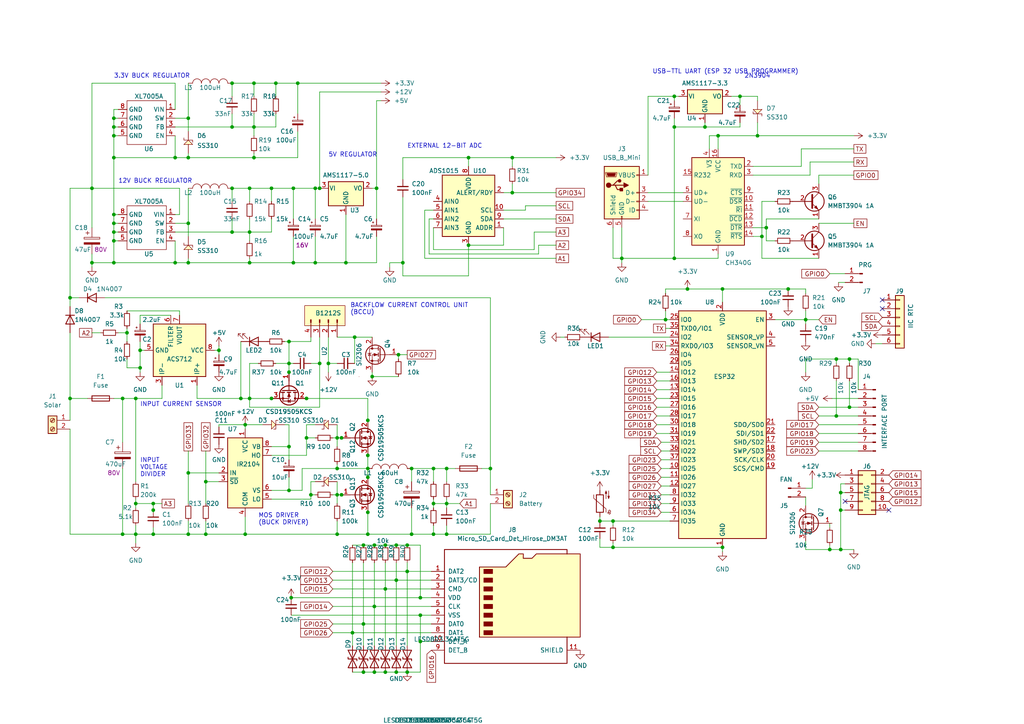
<source format=kicad_sch>
(kicad_sch (version 20211123) (generator eeschema)
  (paper "A4")
  (lib_symbols
    (symbol "2N3904_1" (pin_names (offset 0) hide)
      (property "Reference" "Q6" (at 5.08 1.2701 0))
      (property "Value" "2N3904_1" (at 5.08 -1.2699 0))
      (symbol "2N3904_1_1_1"
        (pin passive line (at 2.54 -5.08 90) (length 2.54) (name "E") (number "1"))
        (pin passive line (at -5.08 0 0) (length 5.715) (name "B") (number "2"))
        (pin passive line (at 2.54 5.08 270) (length 2.54) (name "C") (number "3"))
      )
    )
    (symbol "Analog_ADC:ADS1015IDGS"
      (property "Reference" "U" (at 2.54 13.97 0))
      (property "Value" "ADS1015IDGS" (at 7.62 11.43 0))
      (symbol "ADS1015IDGS_1_1"
        (pin input line (at 10.16 -5.08 180) (length 2.54) (name "ADDR") (number "1"))
        (pin input line (at 10.16 0 180) (length 2.54) (name "SCL") (number "10"))
        (pin output line (at 10.16 5.08 180) (length 2.54) (name "ALERT/RDY") (number "2"))
        (pin power_in line (at 0 -10.16 90) (length 2.54) (name "GND") (number "3"))
        (pin input line (at -10.16 2.54 0) (length 2.54) (name "AIN0") (number "4"))
        (pin input line (at -10.16 0 0) (length 2.54) (name "AIN1") (number "5"))
        (pin input line (at -10.16 -2.54 0) (length 2.54) (name "AIN2") (number "6"))
        (pin input line (at -10.16 -5.08 0) (length 2.54) (name "AIN3") (number "7"))
        (pin power_in line (at 0 12.7 270) (length 2.54) (name "VDD") (number "8"))
        (pin bidirectional line (at 10.16 -2.54 180) (length 2.54) (name "SDA") (number "9"))
      )
    )
    (symbol "Connector:Conn_01x02_Male" (pin_names (offset 1.016) hide)
      (property "Reference" "J" (at 0 2.54 0))
      (property "Value" "Conn_01x02_Male" (at 0 -5.08 0))
      (symbol "Conn_01x02_Male_1_1"
        (pin passive line (at 5.08 0 180) (length 3.81) (name "Pin_1") (number "1"))
        (pin passive line (at 5.08 -2.54 180) (length 3.81) (name "Pin_2") (number "2"))
      )
    )
    (symbol "Connector:Conn_01x08_Male" (pin_names (offset 1.016) hide)
      (property "Reference" "J" (at 0 10.16 0))
      (property "Value" "Conn_01x08_Male" (at 0 -12.7 0))
      (symbol "Conn_01x08_Male_1_1"
        (pin passive line (at 5.08 7.62 180) (length 3.81) (name "Pin_1") (number "1"))
        (pin passive line (at 5.08 5.08 180) (length 3.81) (name "Pin_2") (number "2"))
        (pin passive line (at 5.08 2.54 180) (length 3.81) (name "Pin_3") (number "3"))
        (pin passive line (at 5.08 0 180) (length 3.81) (name "Pin_4") (number "4"))
        (pin passive line (at 5.08 -2.54 180) (length 3.81) (name "Pin_5") (number "5"))
        (pin passive line (at 5.08 -5.08 180) (length 3.81) (name "Pin_6") (number "6"))
        (pin passive line (at 5.08 -7.62 180) (length 3.81) (name "Pin_7") (number "7"))
        (pin passive line (at 5.08 -10.16 180) (length 3.81) (name "Pin_8") (number "8"))
      )
    )
    (symbol "Connector:Micro_SD_Card_Det_Hirose_DM3AT" (pin_names (offset 1.016))
      (property "Reference" "J" (at -16.51 17.78 0))
      (property "Value" "Micro_SD_Card_Det_Hirose_DM3AT" (at 16.51 17.78 0))
      (symbol "Micro_SD_Card_Det_Hirose_DM3AT_1_1"
        (pin bidirectional line (at -22.86 10.16 0) (length 3.81) (name "DAT2") (number "1"))
        (pin passive line (at -22.86 -10.16 0) (length 3.81) (name "DET_A") (number "10"))
        (pin passive line (at 20.32 -12.7 180) (length 3.81) (name "SHIELD") (number "11"))
        (pin bidirectional line (at -22.86 7.62 0) (length 3.81) (name "DAT3/CD") (number "2"))
        (pin input line (at -22.86 5.08 0) (length 3.81) (name "CMD") (number "3"))
        (pin power_in line (at -22.86 2.54 0) (length 3.81) (name "VDD") (number "4"))
        (pin input line (at -22.86 0 0) (length 3.81) (name "CLK") (number "5"))
        (pin power_in line (at -22.86 -2.54 0) (length 3.81) (name "VSS") (number "6"))
        (pin bidirectional line (at -22.86 -5.08 0) (length 3.81) (name "DAT0") (number "7"))
        (pin bidirectional line (at -22.86 -7.62 0) (length 3.81) (name "DAT1") (number "8"))
        (pin passive line (at -22.86 -12.7 0) (length 3.81) (name "DET_B") (number "9"))
      )
    )
    (symbol "Connector:Screw_Terminal_01x02" (pin_names (offset 1.016) hide)
      (property "Reference" "J" (at 0 2.54 0))
      (property "Value" "Screw_Terminal_01x02" (at 0 -5.08 0))
      (symbol "Screw_Terminal_01x02_1_1"
        (pin passive line (at -5.08 0 0) (length 3.81) (name "Pin_1") (number "1"))
        (pin passive line (at -5.08 -2.54 0) (length 3.81) (name "Pin_2") (number "2"))
      )
    )
    (symbol "Connector:USB_B_Mini" (pin_names (offset 1.016))
      (property "Reference" "J" (at -5.08 11.43 0))
      (property "Value" "USB_B_Mini" (at -5.08 8.89 0))
      (symbol "USB_B_Mini_1_1"
        (pin power_out line (at 7.62 5.08 180) (length 2.54) (name "VBUS") (number "1"))
        (pin bidirectional line (at 7.62 -2.54 180) (length 2.54) (name "D-") (number "2"))
        (pin bidirectional line (at 7.62 0 180) (length 2.54) (name "D+") (number "3"))
        (pin passive line (at 7.62 -5.08 180) (length 2.54) (name "ID") (number "4"))
        (pin power_out line (at 0 -10.16 90) (length 2.54) (name "GND") (number "5"))
        (pin passive line (at -2.54 -10.16 90) (length 2.54) (name "Shield") (number "6"))
      )
    )
    (symbol "Connector_Generic:Conn_01x06" (pin_names (offset 1.016) hide)
      (property "Reference" "J" (at 0 7.62 0))
      (property "Value" "Conn_01x06" (at 0 -10.16 0))
      (symbol "Conn_01x06_1_1"
        (pin passive line (at -5.08 5.08 0) (length 3.81) (name "Pin_1") (number "1"))
        (pin passive line (at -5.08 2.54 0) (length 3.81) (name "Pin_2") (number "2"))
        (pin passive line (at -5.08 0 0) (length 3.81) (name "Pin_3") (number "3"))
        (pin passive line (at -5.08 -2.54 0) (length 3.81) (name "Pin_4") (number "4"))
        (pin passive line (at -5.08 -5.08 0) (length 3.81) (name "Pin_5") (number "5"))
        (pin passive line (at -5.08 -7.62 0) (length 3.81) (name "Pin_6") (number "6"))
      )
    )
    (symbol "Connector_Generic:Conn_02x05_Odd_Even" (pin_names (offset 1.016) hide)
      (property "Reference" "J" (at 1.27 7.62 0))
      (property "Value" "Conn_02x05_Odd_Even" (at 1.27 -7.62 0))
      (symbol "Conn_02x05_Odd_Even_1_1"
        (pin passive line (at -5.08 5.08 0) (length 3.81) (name "Pin_1") (number "1"))
        (pin passive line (at 7.62 -5.08 180) (length 3.81) (name "Pin_10") (number "10"))
        (pin passive line (at 7.62 5.08 180) (length 3.81) (name "Pin_2") (number "2"))
        (pin passive line (at -5.08 2.54 0) (length 3.81) (name "Pin_3") (number "3"))
        (pin passive line (at 7.62 2.54 180) (length 3.81) (name "Pin_4") (number "4"))
        (pin passive line (at -5.08 0 0) (length 3.81) (name "Pin_5") (number "5"))
        (pin passive line (at 7.62 0 180) (length 3.81) (name "Pin_6") (number "6"))
        (pin passive line (at -5.08 -2.54 0) (length 3.81) (name "Pin_7") (number "7"))
        (pin passive line (at 7.62 -2.54 180) (length 3.81) (name "Pin_8") (number "8"))
        (pin passive line (at -5.08 -5.08 0) (length 3.81) (name "Pin_9") (number "9"))
      )
    )
    (symbol "Device:C_Polarized" (pin_numbers hide) (pin_names (offset 0.254))
      (property "Reference" "C" (at 0.635 2.54 0))
      (property "Value" "C_Polarized" (at 0.635 -2.54 0))
      (symbol "C_Polarized_1_1"
        (pin passive line (at 0 3.81 270) (length 2.794) (name "~") (number "1"))
        (pin passive line (at 0 -3.81 90) (length 2.794) (name "~") (number "2"))
      )
    )
    (symbol "Device:C_Polarized_Small" (pin_numbers hide) (pin_names (offset 0.254) hide)
      (property "Reference" "C" (at 0.254 1.778 0))
      (property "Value" "C_Polarized_Small" (at 0.254 -2.032 0))
      (symbol "C_Polarized_Small_1_1"
        (pin passive line (at 0 2.54 270) (length 1.8542) (name "~") (number "1"))
        (pin passive line (at 0 -2.54 90) (length 1.8542) (name "~") (number "2"))
      )
    )
    (symbol "Device:C_Small" (pin_numbers hide) (pin_names (offset 0.254) hide)
      (property "Reference" "C" (at 0.254 1.778 0))
      (property "Value" "C_Small" (at 0.254 -2.032 0))
      (symbol "C_Small_1_1"
        (pin passive line (at 0 2.54 270) (length 2.032) (name "~") (number "1"))
        (pin passive line (at 0 -2.54 90) (length 2.032) (name "~") (number "2"))
      )
    )
    (symbol "Device:Fuse" (pin_numbers hide) (pin_names (offset 0))
      (property "Reference" "F" (at 2.032 0 90))
      (property "Value" "Fuse" (at -1.905 0 90))
      (symbol "Fuse_1_1"
        (pin passive line (at 0 3.81 270) (length 1.27) (name "~") (number "1"))
        (pin passive line (at 0 -3.81 90) (length 1.27) (name "~") (number "2"))
      )
    )
    (symbol "Device:LED" (pin_numbers hide) (pin_names (offset 1.016) hide)
      (property "Reference" "D" (at 0 2.54 0))
      (property "Value" "LED" (at 0 -2.54 0))
      (symbol "LED_1_1"
        (pin passive line (at -3.81 0 0) (length 2.54) (name "K") (number "1"))
        (pin passive line (at 3.81 0 180) (length 2.54) (name "A") (number "2"))
      )
    )
    (symbol "Device:R_Small" (pin_numbers hide) (pin_names (offset 0.254) hide)
      (property "Reference" "R" (at 0.762 0.508 0))
      (property "Value" "R_Small" (at 0.762 -1.016 0))
      (symbol "R_Small_1_1"
        (pin passive line (at 0 2.54 270) (length 0.762) (name "~") (number "1"))
        (pin passive line (at 0 -2.54 90) (length 0.762) (name "~") (number "2"))
      )
    )
    (symbol "Device:Thermistor_NTC" (pin_numbers hide) (pin_names (offset 0))
      (property "Reference" "TH" (at -4.445 0 90))
      (property "Value" "Thermistor_NTC" (at 3.175 0 90))
      (symbol "Thermistor_NTC_1_1"
        (pin passive line (at 0 3.81 270) (length 1.27) (name "~") (number "1"))
        (pin passive line (at 0 -3.81 90) (length 1.27) (name "~") (number "2"))
      )
    )
    (symbol "Diode:1N4007" (pin_numbers hide) (pin_names (offset 1.016) hide)
      (property "Reference" "D" (at 0 2.54 0))
      (property "Value" "1N4007" (at 0 -2.54 0))
      (symbol "1N4007_1_1"
        (pin passive line (at -3.81 0 0) (length 2.54) (name "K") (number "1"))
        (pin passive line (at 3.81 0 180) (length 2.54) (name "A") (number "2"))
      )
    )
    (symbol "Diode:1N62xxCA" (pin_numbers hide) (pin_names (offset 1.016) hide)
      (property "Reference" "D" (at 0 2.54 0))
      (property "Value" "1N62xxCA" (at 0 -2.54 0))
      (symbol "1N62xxCA_1_1"
        (pin passive line (at -3.81 0 0) (length 2.54) (name "A1") (number "1"))
        (pin passive line (at 3.81 0 180) (length 2.54) (name "A2") (number "2"))
      )
    )
    (symbol "Driver_FET:IR2104"
      (property "Reference" "U" (at 1.27 13.335 0))
      (property "Value" "IR2104" (at 1.27 11.43 0))
      (symbol "IR2104_1_1"
        (pin power_in line (at 0 12.7 270) (length 2.54) (name "VCC") (number "1"))
        (pin input line (at -7.62 0 0) (length 2.54) (name "IN") (number "2"))
        (pin input line (at -7.62 -2.54 0) (length 2.54) (name "~{SD}") (number "3"))
        (pin power_in line (at 0 -12.7 90) (length 2.54) (name "COM") (number "4"))
        (pin output line (at 7.62 -7.62 180) (length 2.54) (name "LO") (number "5"))
        (pin passive line (at 7.62 -5.08 180) (length 2.54) (name "VS") (number "6"))
        (pin output line (at 7.62 5.08 180) (length 2.54) (name "HO") (number "7"))
        (pin passive line (at 7.62 7.62 180) (length 2.54) (name "VB") (number "8"))
      )
    )
    (symbol "Interface_USB:CH340G"
      (property "Reference" "U" (at -5.08 13.97 0))
      (property "Value" "CH340G" (at 1.27 13.97 0))
      (symbol "CH340G_1_1"
        (pin power_in line (at 0 -15.24 90) (length 2.54) (name "GND") (number "1"))
        (pin input line (at 10.16 0 180) (length 2.54) (name "~{DSR}") (number "10"))
        (pin input line (at 10.16 -2.54 180) (length 2.54) (name "~{RI}") (number "11"))
        (pin input line (at 10.16 -5.08 180) (length 2.54) (name "~{DCD}") (number "12"))
        (pin output line (at 10.16 -7.62 180) (length 2.54) (name "~{DTR}") (number "13"))
        (pin output line (at 10.16 -10.16 180) (length 2.54) (name "~{RTS}") (number "14"))
        (pin input line (at -10.16 7.62 0) (length 2.54) (name "R232") (number "15"))
        (pin power_in line (at 0 15.24 270) (length 2.54) (name "VCC") (number "16"))
        (pin output line (at 10.16 10.16 180) (length 2.54) (name "TXD") (number "2"))
        (pin input line (at 10.16 7.62 180) (length 2.54) (name "RXD") (number "3"))
        (pin passive line (at -2.54 15.24 270) (length 2.54) (name "V3") (number "4"))
        (pin bidirectional line (at -10.16 2.54 0) (length 2.54) (name "UD+") (number "5"))
        (pin bidirectional line (at -10.16 0 0) (length 2.54) (name "UD-") (number "6"))
        (pin input line (at -10.16 -5.08 0) (length 2.54) (name "XI") (number "7"))
        (pin output line (at -10.16 -10.16 0) (length 2.54) (name "XO") (number "8"))
        (pin input line (at 10.16 2.54 180) (length 2.54) (name "~{CTS}") (number "9"))
      )
    )
    (symbol "RF_Module:ESP32-WROOM-32"
      (property "Reference" "U" (at -12.7 34.29 0))
      (property "Value" "ESP32-WROOM-32" (at 1.27 34.29 0))
      (symbol "ESP32-WROOM-32_1_1"
        (pin power_in line (at 0 -35.56 90) (length 2.54) (name "GND") (number "1"))
        (pin bidirectional line (at 15.24 -12.7 180) (length 2.54) (name "IO25") (number "10"))
        (pin bidirectional line (at 15.24 -15.24 180) (length 2.54) (name "IO26") (number "11"))
        (pin bidirectional line (at 15.24 -17.78 180) (length 2.54) (name "IO27") (number "12"))
        (pin bidirectional line (at 15.24 10.16 180) (length 2.54) (name "IO14") (number "13"))
        (pin bidirectional line (at 15.24 15.24 180) (length 2.54) (name "IO12") (number "14"))
        (pin passive line (at 0 -35.56 90) (length 2.54) hide (name "GND") (number "15"))
        (pin bidirectional line (at 15.24 12.7 180) (length 2.54) (name "IO13") (number "16"))
        (pin bidirectional line (at -15.24 -5.08 0) (length 2.54) (name "SHD/SD2") (number "17"))
        (pin bidirectional line (at -15.24 -7.62 0) (length 2.54) (name "SWP/SD3") (number "18"))
        (pin bidirectional line (at -15.24 -12.7 0) (length 2.54) (name "SCS/CMD") (number "19"))
        (pin power_in line (at 0 35.56 270) (length 2.54) (name "VDD") (number "2"))
        (pin bidirectional line (at -15.24 -10.16 0) (length 2.54) (name "SCK/CLK") (number "20"))
        (pin bidirectional line (at -15.24 0 0) (length 2.54) (name "SDO/SD0") (number "21"))
        (pin bidirectional line (at -15.24 -2.54 0) (length 2.54) (name "SDI/SD1") (number "22"))
        (pin bidirectional line (at 15.24 7.62 180) (length 2.54) (name "IO15") (number "23"))
        (pin bidirectional line (at 15.24 25.4 180) (length 2.54) (name "IO2") (number "24"))
        (pin bidirectional line (at 15.24 30.48 180) (length 2.54) (name "IO0") (number "25"))
        (pin bidirectional line (at 15.24 20.32 180) (length 2.54) (name "IO4") (number "26"))
        (pin bidirectional line (at 15.24 5.08 180) (length 2.54) (name "IO16") (number "27"))
        (pin bidirectional line (at 15.24 2.54 180) (length 2.54) (name "IO17") (number "28"))
        (pin bidirectional line (at 15.24 17.78 180) (length 2.54) (name "IO5") (number "29"))
        (pin input line (at -15.24 30.48 0) (length 2.54) (name "EN") (number "3"))
        (pin bidirectional line (at 15.24 0 180) (length 2.54) (name "IO18") (number "30"))
        (pin bidirectional line (at 15.24 -2.54 180) (length 2.54) (name "IO19") (number "31"))
        (pin no_connect line (at -12.7 -27.94 0) (length 2.54) hide (name "NC") (number "32"))
        (pin bidirectional line (at 15.24 -5.08 180) (length 2.54) (name "IO21") (number "33"))
        (pin bidirectional line (at 15.24 22.86 180) (length 2.54) (name "RXD0/IO3") (number "34"))
        (pin bidirectional line (at 15.24 27.94 180) (length 2.54) (name "TXD0/IO1") (number "35"))
        (pin bidirectional line (at 15.24 -7.62 180) (length 2.54) (name "IO22") (number "36"))
        (pin bidirectional line (at 15.24 -10.16 180) (length 2.54) (name "IO23") (number "37"))
        (pin passive line (at 0 -35.56 90) (length 2.54) hide (name "GND") (number "38"))
        (pin passive line (at 0 -35.56 90) (length 2.54) hide (name "GND") (number "39"))
        (pin input line (at -15.24 25.4 0) (length 2.54) (name "SENSOR_VP") (number "4"))
        (pin input line (at -15.24 22.86 0) (length 2.54) (name "SENSOR_VN") (number "5"))
        (pin input line (at 15.24 -25.4 180) (length 2.54) (name "IO34") (number "6"))
        (pin input line (at 15.24 -27.94 180) (length 2.54) (name "IO35") (number "7"))
        (pin bidirectional line (at 15.24 -20.32 180) (length 2.54) (name "IO32") (number "8"))
        (pin bidirectional line (at 15.24 -22.86 180) (length 2.54) (name "IO33") (number "9"))
      )
    )
    (symbol "Regulator_Linear:AMS1117-3.3" (pin_names (offset 0.254))
      (property "Reference" "U" (at -3.81 3.175 0))
      (property "Value" "AMS1117-3.3" (at 0 3.175 0))
      (symbol "AMS1117-3.3_1_1"
        (pin power_in line (at 0 -7.62 90) (length 2.54) (name "GND") (number "1"))
        (pin power_out line (at 7.62 0 180) (length 2.54) (name "VO") (number "2"))
        (pin power_in line (at -7.62 0 0) (length 2.54) (name "VI") (number "3"))
      )
    )
    (symbol "Regulator_Linear:AMS1117-5.0" (pin_names (offset 0.254))
      (property "Reference" "U" (at -3.81 3.175 0))
      (property "Value" "AMS1117-5.0" (at 0 3.175 0))
      (symbol "AMS1117-5.0_1_1"
        (pin power_in line (at 0 -7.62 90) (length 2.54) (name "GND") (number "1"))
        (pin power_out line (at 7.62 0 180) (length 2.54) (name "VO") (number "2"))
        (pin power_in line (at -7.62 0 0) (length 2.54) (name "VI") (number "3"))
      )
    )
    (symbol "SS310_2" (pin_numbers hide) (pin_names (offset 0.002) hide)
      (property "Reference" "D1" (at -0.635 8.255 0))
      (property "Value" "SS310_2" (at 5.715 8.255 0))
      (symbol "SS310_2_0_0"
        (pin passive line (at -5.08 -6.35 0) (length 2.54) (name "Katode") (number "1"))
        (pin passive line (at 1.27 -6.35 180) (length 2.54) (name "Anode") (number "2"))
      )
    )
    (symbol "SS310_3" (pin_numbers hide) (pin_names (offset 0.002) hide)
      (property "Reference" "D1" (at -0.635 8.255 0))
      (property "Value" "SS310_3" (at 5.715 8.255 0))
      (symbol "SS310_3_0_0"
        (pin passive line (at -5.08 -6.35 0) (length 2.54) (name "Katode") (number "1"))
        (pin passive line (at 1.27 -6.35 180) (length 2.54) (name "Anode") (number "2"))
      )
    )
    (symbol "SS310_4" (pin_numbers hide) (pin_names (offset 0.002) hide)
      (property "Reference" "D1" (at -0.635 8.255 0))
      (property "Value" "SS310_4" (at 5.715 8.255 0))
      (symbol "SS310_4_0_0"
        (pin passive line (at -5.08 -6.35 0) (length 2.54) (name "Katode") (number "1"))
        (pin passive line (at 1.27 -6.35 180) (length 2.54) (name "Anode") (number "2"))
      )
    )
    (symbol "SS310_5" (pin_numbers hide) (pin_names (offset 0.002) hide)
      (property "Reference" "D1" (at -0.635 8.255 0))
      (property "Value" "SS310_5" (at 5.715 8.255 0))
      (symbol "SS310_5_0_0"
        (pin passive line (at -5.08 -6.35 0) (length 2.54) (name "Katode") (number "1"))
        (pin passive line (at 1.27 -6.35 180) (length 2.54) (name "Anode") (number "2"))
      )
    )
    (symbol "Sensor_Current:ACS712xLCTR-05B"
      (property "Reference" "U" (at 2.54 11.43 0))
      (property "Value" "ACS712xLCTR-05B" (at 2.54 8.89 0))
      (symbol "ACS712xLCTR-05B_1_1"
        (pin passive line (at -10.16 5.08 0) (length 2.54) (name "IP+") (number "1"))
        (pin passive line (at -10.16 5.08 0) (length 2.54) hide (name "IP+") (number "2"))
        (pin passive line (at -10.16 -5.08 0) (length 2.54) (name "IP-") (number "3"))
        (pin passive line (at -10.16 -5.08 0) (length 2.54) hide (name "IP-") (number "4"))
        (pin power_in line (at 0 -10.16 90) (length 2.54) (name "GND") (number "5"))
        (pin passive line (at 10.16 -2.54 180) (length 2.54) (name "FILTER") (number "6"))
        (pin output line (at 10.16 0 180) (length 2.54) (name "VIOUT") (number "7"))
        (pin power_in line (at 0 10.16 270) (length 2.54) (name "VCC") (number "8"))
      )
    )
    (symbol "Transistor_BJT:2N3904" (pin_names (offset 0) hide)
      (property "Reference" "Q" (at 5.08 1.905 0))
      (property "Value" "2N3904" (at 5.08 0 0))
      (symbol "2N3904_1_1"
        (pin passive line (at 2.54 -5.08 90) (length 2.54) (name "E") (number "1"))
        (pin passive line (at -5.08 0 0) (length 5.715) (name "B") (number "2"))
        (pin passive line (at 2.54 5.08 270) (length 2.54) (name "C") (number "3"))
      )
    )
    (symbol "XL7005A_1"
      (property "Value" "XL7005A_1" (at -8.89 1.27 0))
      (symbol "XL7005A_1_0_0"
        (pin power_in line (at -1.27 -2.54 180) (length 2.54) (name "VIN") (number "1"))
        (pin bidirectional line (at -1.27 -5.08 180) (length 2.54) (name "SW") (number "2"))
        (pin input line (at -1.27 -7.62 180) (length 2.54) (name "FB") (number "3"))
        (pin input line (at -1.27 -10.16 180) (length 2.54) (name "EN") (number "4"))
        (pin power_in line (at -17.78 -10.16 0) (length 2.54) (name "GND") (number "5"))
        (pin power_in line (at -17.78 -7.62 0) (length 2.54) (name "GND") (number "6"))
        (pin power_in line (at -17.78 -5.08 0) (length 2.54) (name "GND") (number "7"))
        (pin power_in line (at -17.78 -2.54 0) (length 2.54) (name "GND") (number "8"))
      )
    )
    (symbol "footprint:B1212S" (pin_names (offset 1.016) hide)
      (property "Reference" "J" (at 0 5.08 0))
      (property "Value" "B1212S" (at -2.032 -1.016 90))
      (symbol "B1212S_1_1"
        (pin passive line (at 5.08 2.54 180) (length 3.81) (name "GND") (number "1"))
        (pin power_in line (at 5.08 0 180) (length 3.81) (name "VIN") (number "2"))
        (pin passive line (at 5.08 -2.54 180) (length 3.81) (name "GND2") (number "3"))
        (pin power_out line (at 5.08 -5.08 180) (length 3.81) (name "VOUT") (number "4"))
      )
    )
    (symbol "footprint:CSD19505KCS" (pin_names hide)
      (property "Reference" "Q1" (at 2.54 2.54 90))
      (property "Value" "CSD19505KCS" (at 6.096 0.508 90))
      (symbol "CSD19505KCS_1_1"
        (pin passive line (at -5.08 0 0) (length 2.54) (name "G") (number "1"))
        (pin passive line (at 2.54 5.08 270) (length 2.54) (name "D") (number "2"))
        (pin passive line (at 2.54 -5.08 90) (length 2.54) (name "S") (number "3"))
      )
    )
    (symbol "footprint:SMD_INDUCTOR_CD54" (pin_numbers hide) (pin_names hide)
      (property "Reference" "L" (at 0 -0.635 0))
      (property "Value" "SMD_INDUCTOR_CD54" (at 0 1.27 0))
      (symbol "SMD_INDUCTOR_CD54_1_1"
        (pin input line (at -6.35 -3.81 0) (length 1.27) (name "1") (number "1"))
        (pin input line (at 6.35 -3.81 180) (length 1.27) (name "2") (number "2"))
      )
    )
    (symbol "footprint:SS310" (pin_numbers hide) (pin_names (offset 0.002) hide)
      (property "Reference" "D1" (at -0.635 8.255 0))
      (property "Value" "SS310" (at 5.715 8.255 0))
      (symbol "SS310_0_0"
        (pin passive line (at -5.08 -6.35 0) (length 2.54) (name "Katode") (number "1"))
        (pin passive line (at 1.27 -6.35 180) (length 2.54) (name "Anode") (number "2"))
      )
    )
    (symbol "footprint:XL7005A"
      (property "Value" "XL7005A" (at -8.89 1.27 0))
      (symbol "XL7005A_0_0"
        (pin power_in line (at -1.27 -2.54 180) (length 2.54) (name "VIN") (number "1"))
        (pin bidirectional line (at -1.27 -5.08 180) (length 2.54) (name "SW") (number "2"))
        (pin input line (at -1.27 -7.62 180) (length 2.54) (name "FB") (number "3"))
        (pin input line (at -1.27 -10.16 180) (length 2.54) (name "EN") (number "4"))
        (pin power_in line (at -17.78 -10.16 0) (length 2.54) (name "GND") (number "5"))
        (pin power_in line (at -17.78 -7.62 0) (length 2.54) (name "GND") (number "6"))
        (pin power_in line (at -17.78 -5.08 0) (length 2.54) (name "GND") (number "7"))
        (pin power_in line (at -17.78 -2.54 0) (length 2.54) (name "GND") (number "8"))
      )
    )
    (symbol "power:+12V" (power) (pin_names (offset 0))
      (property "Value" "+12V" (at 0 3.556 0))
      (symbol "+12V_1_1"
        (pin power_in line (at 0 0 90) (length 0) hide (name "+12V") (number "1"))
      )
    )
    (symbol "power:+3.3V" (power) (pin_names (offset 0))
      (property "Value" "+3.3V" (at 0 3.556 0))
      (symbol "+3.3V_1_1"
        (pin power_in line (at 0 0 90) (length 0) hide (name "+3.3V") (number "1"))
      )
    )
    (symbol "power:+5V" (power) (pin_names (offset 0))
      (property "Value" "+5V" (at 0 3.556 0))
      (symbol "+5V_1_1"
        (pin power_in line (at 0 0 90) (length 0) hide (name "+5V") (number "1"))
      )
    )
    (symbol "power:GND" (power) (pin_names (offset 0))
      (property "Value" "GND" (at 0 -3.81 0))
      (symbol "GND_1_1"
        (pin power_in line (at 0 0 270) (length 0) hide (name "GND") (number "1"))
      )
    )
  )
  (bus_alias "+3.3V" (members))
  (junction (at 73.66 24.13))
  (junction (at 242.57 120.65))
  (junction (at 121.92 186.055))
  (junction (at 99.06 143.51))
  (junction (at 91.44 76.2))
  (junction (at 119.38 154.94))
  (junction (at 105.41 180.975))
  (junction (at 78.74 115.57))
  (junction (at 246.38 104.14))
  (junction (at 243.84 142.875))
  (junction (at 111.76 170.815))
  (junction (at 44.45 154.94))
  (junction (at 86.36 24.13))
  (junction (at 118.11 165.735))
  (junction (at 40.64 106.68))
  (junction (at 54.61 45.72))
  (junction (at 243.84 159.385))
  (junction (at 92.71 54.61))
  (junction (at 108.585 158.115))
  (junction (at 246.38 118.11))
  (junction (at 209.55 158.75))
  (junction (at 33.02 76.2))
  (junction (at 83.82 142.24))
  (junction (at 108.585 175.895))
  (junction (at 118.11 158.115))
  (junction (at 67.31 54.61))
  (junction (at 88.9 115.57))
  (junction (at 97.79 127))
  (junction (at 106.68 132.08))
  (junction (at 33.02 69.85))
  (junction (at 121.92 173.355))
  (junction (at 135.89 45.72))
  (junction (at 95.25 105.41))
  (junction (at 121.92 178.435))
  (junction (at 73.66 45.72))
  (junction (at 148.59 55.88))
  (junction (at 102.87 97.79))
  (junction (at 148.59 45.72))
  (junction (at 50.8 45.72))
  (junction (at 83.82 99.06))
  (junction (at 39.37 115.57))
  (junction (at 67.31 24.13))
  (junction (at 72.39 115.57))
  (junction (at 108.585 194.945))
  (junction (at 97.79 143.51))
  (junction (at 26.67 54.61))
  (junction (at 105.41 158.115))
  (junction (at 135.89 71.12))
  (junction (at 71.12 123.19))
  (junction (at 177.8 158.75))
  (junction (at 125.73 135.89))
  (junction (at 111.76 194.945))
  (junction (at 129.54 135.89))
  (junction (at 39.37 146.05))
  (junction (at 50.8 76.2))
  (junction (at 100.33 76.2))
  (junction (at 78.74 54.61))
  (junction (at 20.32 86.36))
  (junction (at 119.38 135.89))
  (junction (at 20.32 115.57))
  (junction (at 35.56 154.94))
  (junction (at 116.84 76.2))
  (junction (at 88.9 127))
  (junction (at 72.39 76.2))
  (junction (at 33.02 39.37))
  (junction (at 54.61 64.77))
  (junction (at 243.84 147.955))
  (junction (at 44.45 146.05))
  (junction (at 233.68 92.71))
  (junction (at 107.95 109.22))
  (junction (at 114.935 158.115))
  (junction (at 67.31 67.31))
  (junction (at 106.68 148.59))
  (junction (at 209.55 83.82))
  (junction (at 54.61 154.94))
  (junction (at 84.455 173.355))
  (junction (at 54.61 34.29))
  (junction (at 214.63 27.94))
  (junction (at 39.37 154.94))
  (junction (at 85.09 76.2))
  (junction (at 118.11 194.945))
  (junction (at 111.76 158.115))
  (junction (at 97.79 135.89))
  (junction (at 228.6 83.82))
  (junction (at 59.69 139.7))
  (junction (at 36.83 96.52))
  (junction (at 80.01 24.13))
  (junction (at 92.71 105.41))
  (junction (at 71.12 154.94))
  (junction (at 125.73 146.05))
  (junction (at 67.31 36.83))
  (junction (at 83.82 105.41))
  (junction (at 33.02 36.83))
  (junction (at 90.17 143.51))
  (junction (at 69.85 115.57))
  (junction (at 99.06 127))
  (junction (at 173.99 151.13))
  (junction (at 222.25 66.04))
  (junction (at 199.39 83.82))
  (junction (at 106.68 154.94))
  (junction (at 33.02 45.72))
  (junction (at 85.09 54.61))
  (junction (at 83.82 107.95))
  (junction (at 142.24 135.89))
  (junction (at 242.57 104.14))
  (junction (at 114.935 168.275))
  (junction (at 72.39 67.31))
  (junction (at 106.68 135.89))
  (junction (at 129.54 146.05))
  (junction (at 26.67 76.2))
  (junction (at 220.98 68.58))
  (junction (at 109.22 54.61))
  (junction (at 129.54 154.94))
  (junction (at 195.58 74.93))
  (junction (at 54.61 76.2))
  (junction (at 33.02 64.77))
  (junction (at 35.56 115.57))
  (junction (at 208.28 39.37))
  (junction (at 180.34 74.93))
  (junction (at 97.79 154.94))
  (junction (at 195.58 36.83))
  (junction (at 114.935 194.945))
  (junction (at 33.02 67.31))
  (junction (at 40.64 101.6))
  (junction (at 240.665 159.385))
  (junction (at 105.41 194.945))
  (junction (at 44.45 147.955))
  (junction (at 33.02 62.23))
  (junction (at 59.69 154.94))
  (junction (at 177.8 151.13))
  (junction (at 72.39 54.61))
  (junction (at 33.02 34.29))
  (junction (at 195.58 27.94))
  (junction (at 115.57 102.87))
  (junction (at 91.44 54.61))
  (junction (at 102.235 183.515))
  (junction (at 83.82 129.54))
  (junction (at 204.47 36.83))
  (junction (at 106.68 121.92))
  (junction (at 125.73 154.94))
  (junction (at 193.04 92.71))
  (junction (at 106.68 138.43))
  (junction (at 54.61 137.16))
  (junction (at 73.66 36.83))
  (junction (at 219.71 39.37))
  (junction (at 63.5 101.6))
  (no_connect (at 255.905 86.995))
  (no_connect (at 255.905 89.535))
  (no_connect (at 257.81 147.955))
  (no_connect (at 245.11 145.415))
  (wire (pts (xy 235.585 139.065) (xy 235.585 141.605)))
  (wire (pts (xy 247.65 43.18) (xy 232.41 43.18)))
  (wire (pts (xy 63.5 123.19) (xy 71.12 123.19)))
  (wire (pts (xy 154.94 67.31) (xy 154.94 72.39)))
  (wire (pts (xy 36.83 90.17) (xy 52.07 90.17)))
  (wire (pts (xy 237.49 53.34) (xy 237.49 50.8)))
  (wire (pts (xy 35.56 135.89) (xy 35.56 154.94)))
  (wire (pts (xy 80.01 36.83) (xy 73.66 36.83)))
  (wire (pts (xy 72.39 54.61) (xy 72.39 58.42)))
  (wire (pts (xy 57.15 111.76) (xy 57.15 115.57)))
  (wire (pts (xy 220.98 74.93) (xy 220.98 68.58)))
  (wire (pts (xy 208.28 39.37) (xy 219.71 39.37)))
  (wire (pts (xy 33.02 36.83) (xy 33.02 39.37)))
  (wire (pts (xy 222.25 66.04) (xy 222.25 63.5)))
  (wire (pts (xy 78.74 132.08) (xy 88.9 132.08)))
  (wire (pts (xy 87.63 142.24) (xy 87.63 135.89)))
  (wire (pts (xy 59.69 151.13) (xy 59.69 154.94)))
  (wire (pts (xy 78.74 129.54) (xy 83.82 129.54)))
  (wire (pts (xy 33.02 62.23) (xy 34.29 62.23)))
  (wire (pts (xy 73.66 45.72) (xy 54.61 45.72)))
  (wire (pts (xy 46.99 111.76) (xy 46.99 115.57)))
  (wire (pts (xy 177.8 157.48) (xy 177.8 158.75)))
  (wire (pts (xy 135.89 71.12) (xy 135.89 80.01)))
  (wire (pts (xy 190.5 125.73) (xy 194.31 125.73)))
  (wire (pts (xy 247.65 46.99) (xy 234.95 46.99)))
  (wire (pts (xy 85.09 54.61) (xy 85.09 63.5)))
  (wire (pts (xy 54.61 44.45) (xy 54.61 45.72)))
  (wire (pts (xy 234.95 46.99) (xy 234.95 50.8)))
  (wire (pts (xy 190.5 107.95) (xy 194.31 107.95)))
  (wire (pts (xy 33.02 115.57) (xy 35.56 115.57)))
  (wire (pts (xy 187.96 55.88) (xy 198.12 55.88)))
  (wire (pts (xy 148.59 45.72) (xy 135.89 45.72)))
  (wire (pts (xy 125.73 154.94) (xy 129.54 154.94)))
  (wire (pts (xy 72.39 54.61) (xy 78.74 54.61)))
  (wire (pts (xy 118.11 158.115) (xy 121.92 158.115)))
  (wire (pts (xy 105.41 194.945) (xy 108.585 194.945)))
  (wire (pts (xy 50.8 24.13) (xy 50.8 31.75)))
  (wire (pts (xy 85.09 76.2) (xy 72.39 76.2)))
  (wire (pts (xy 237.49 130.81) (xy 248.92 130.81)))
  (wire (pts (xy 212.09 27.94) (xy 214.63 27.94)))
  (wire (pts (xy 148.59 55.88) (xy 148.59 53.34)))
  (wire (pts (xy 191.77 143.51) (xy 194.31 143.51)))
  (wire (pts (xy 26.67 54.61) (xy 52.07 54.61)))
  (wire (pts (xy 240.665 159.385) (xy 243.84 159.385)))
  (wire (pts (xy 92.71 26.67) (xy 92.71 54.61)))
  (wire (pts (xy 82.55 123.19) (xy 83.82 123.19)))
  (wire (pts (xy 237.49 64.77) (xy 247.65 64.77)))
  (wire (pts (xy 240.665 79.375) (xy 245.11 79.375)))
  (wire (pts (xy 26.67 54.61) (xy 20.32 54.61)))
  (wire (pts (xy 243.84 140.335) (xy 243.84 142.875)))
  (wire (pts (xy 237.49 118.11) (xy 246.38 118.11)))
  (wire (pts (xy 105.41 163.195) (xy 105.41 180.975)))
  (wire (pts (xy 110.49 26.67) (xy 92.71 26.67)))
  (wire (pts (xy 125.73 60.96) (xy 123.19 60.96)))
  (wire (pts (xy 102.87 97.79) (xy 107.95 97.79)))
  (wire (pts (xy 255.905 99.695) (xy 254 99.695)))
  (wire (pts (xy 67.31 54.61) (xy 72.39 54.61)))
  (wire (pts (xy 78.74 142.24) (xy 83.82 142.24)))
  (wire (pts (xy 100.33 62.23) (xy 100.33 76.2)))
  (wire (pts (xy 111.76 170.815) (xy 125.095 170.815)))
  (wire (pts (xy 96.52 183.515) (xy 102.235 183.515)))
  (wire (pts (xy 26.67 66.04) (xy 26.67 54.61)))
  (wire (pts (xy 78.74 63.5) (xy 78.74 67.31)))
  (wire (pts (xy 243.84 147.955) (xy 245.11 147.955)))
  (wire (pts (xy 102.235 183.515) (xy 125.095 183.515)))
  (wire (pts (xy 208.28 74.93) (xy 208.28 73.66)))
  (wire (pts (xy 97.79 139.7) (xy 97.79 143.51)))
  (wire (pts (xy 71.12 123.19) (xy 76.2 123.19)))
  (wire (pts (xy 50.8 64.77) (xy 54.61 64.77)))
  (wire (pts (xy 33.02 67.31) (xy 33.02 69.85)))
  (wire (pts (xy 20.32 54.61) (xy 20.32 86.36)))
  (wire (pts (xy 116.84 57.15) (xy 116.84 76.2)))
  (wire (pts (xy 190.5 110.49) (xy 194.31 110.49)))
  (wire (pts (xy 214.63 27.94) (xy 214.63 30.48)))
  (wire (pts (xy 36.83 106.68) (xy 40.64 106.68)))
  (wire (pts (xy 111.76 163.195) (xy 111.76 170.815)))
  (wire (pts (xy 92.71 118.11) (xy 72.39 118.11)))
  (wire (pts (xy 190.5 113.03) (xy 194.31 113.03)))
  (wire (pts (xy 67.31 36.83) (xy 67.31 33.02)))
  (wire (pts (xy 108.585 163.195) (xy 108.585 175.895)))
  (wire (pts (xy 72.39 74.93) (xy 72.39 76.2)))
  (wire (pts (xy 83.82 105.41) (xy 85.09 105.41)))
  (wire (pts (xy 83.82 107.95) (xy 83.82 105.41)))
  (wire (pts (xy 180.34 74.93) (xy 180.34 76.2)))
  (wire (pts (xy 72.39 118.11) (xy 72.39 115.57)))
  (wire (pts (xy 71.12 123.19) (xy 71.12 124.46)))
  (wire (pts (xy 102.235 194.945) (xy 105.41 194.945)))
  (wire (pts (xy 72.39 105.41) (xy 72.39 115.57)))
  (wire (pts (xy 108.585 158.115) (xy 111.76 158.115)))
  (wire (pts (xy 242.57 110.49) (xy 242.57 120.65)))
  (wire (pts (xy 116.84 80.01) (xy 116.84 76.2)))
  (wire (pts (xy 80.01 24.13) (xy 86.36 24.13)))
  (wire (pts (xy 187.96 50.8) (xy 187.96 27.94)))
  (wire (pts (xy 90.17 99.06) (xy 90.17 97.79)))
  (wire (pts (xy 97.79 154.94) (xy 106.68 154.94)))
  (wire (pts (xy 95.25 105.41) (xy 95.25 107.95)))
  (wire (pts (xy 80.01 33.02) (xy 80.01 36.83)))
  (wire (pts (xy 50.8 39.37) (xy 50.8 45.72)))
  (wire (pts (xy 125.73 63.5) (xy 124.46 63.5)))
  (wire (pts (xy 114.935 168.275) (xy 125.095 168.275)))
  (wire (pts (xy 67.31 36.83) (xy 73.66 36.83)))
  (wire (pts (xy 121.92 178.435) (xy 125.095 178.435)))
  (wire (pts (xy 97.79 134.62) (xy 97.79 135.89)))
  (wire (pts (xy 20.32 86.36) (xy 20.32 88.9)))
  (wire (pts (xy 111.76 158.115) (xy 114.935 158.115)))
  (wire (pts (xy 92.71 97.79) (xy 92.71 105.41)))
  (wire (pts (xy 33.02 76.2) (xy 26.67 76.2)))
  (wire (pts (xy 69.85 99.06) (xy 69.85 115.57)))
  (wire (pts (xy 123.19 60.96) (xy 123.19 74.93)))
  (wire (pts (xy 233.68 104.14) (xy 242.57 104.14)))
  (wire (pts (xy 96.52 143.51) (xy 97.79 143.51)))
  (wire (pts (xy 40.64 93.98) (xy 40.64 91.44)))
  (wire (pts (xy 173.99 151.13) (xy 177.8 151.13)))
  (wire (pts (xy 177.8 151.13) (xy 177.8 152.4)))
  (wire (pts (xy 204.47 36.83) (xy 204.47 35.56)))
  (wire (pts (xy 88.9 127) (xy 91.44 127)))
  (wire (pts (xy 34.29 31.75) (xy 33.02 31.75)))
  (wire (pts (xy 106.68 135.89) (xy 106.68 138.43)))
  (wire (pts (xy 108.585 175.895) (xy 125.095 175.895)))
  (wire (pts (xy 63.5 101.6) (xy 63.5 100.33)))
  (wire (pts (xy 90.17 139.7) (xy 90.17 143.51)))
  (wire (pts (xy 97.79 135.89) (xy 106.68 135.89)))
  (wire (pts (xy 44.45 146.05) (xy 46.99 146.05)))
  (wire (pts (xy 54.61 130.81) (xy 54.61 137.16)))
  (wire (pts (xy 54.61 74.93) (xy 54.61 76.2)))
  (wire (pts (xy 40.64 106.68) (xy 40.64 107.95)))
  (wire (pts (xy 142.24 146.05) (xy 142.24 154.94)))
  (wire (pts (xy 35.56 115.57) (xy 39.37 115.57)))
  (wire (pts (xy 85.09 76.2) (xy 91.44 76.2)))
  (wire (pts (xy 121.92 186.055) (xy 125.095 186.055)))
  (wire (pts (xy 102.87 97.79) (xy 102.87 105.41)))
  (wire (pts (xy 96.52 170.815) (xy 111.76 170.815)))
  (wire (pts (xy 97.79 143.51) (xy 99.06 143.51)))
  (wire (pts (xy 26.67 96.52) (xy 29.21 96.52)))
  (wire (pts (xy 173.99 158.75) (xy 177.8 158.75)))
  (wire (pts (xy 59.69 139.7) (xy 59.69 146.05)))
  (wire (pts (xy 113.03 76.2) (xy 116.84 76.2)))
  (wire (pts (xy 50.8 45.72) (xy 33.02 45.72)))
  (wire (pts (xy 97.79 127) (xy 97.79 129.54)))
  (wire (pts (xy 85.09 68.58) (xy 85.09 76.2)))
  (wire (pts (xy 87.63 135.89) (xy 97.79 135.89)))
  (wire (pts (xy 135.89 80.01) (xy 116.84 80.01)))
  (wire (pts (xy 54.61 34.29) (xy 50.8 34.29)))
  (wire (pts (xy 214.63 27.94) (xy 219.71 27.94)))
  (wire (pts (xy 142.24 154.94) (xy 129.54 154.94)))
  (wire (pts (xy 152.4 59.69) (xy 161.29 59.69)))
  (wire (pts (xy 218.44 48.26) (xy 232.41 48.26)))
  (wire (pts (xy 73.66 44.45) (xy 73.66 45.72)))
  (wire (pts (xy 36.83 96.52) (xy 36.83 99.06)))
  (wire (pts (xy 63.5 137.16) (xy 54.61 137.16)))
  (wire (pts (xy 241.3 115.57) (xy 248.92 115.57)))
  (wire (pts (xy 246.38 110.49) (xy 246.38 118.11)))
  (wire (pts (xy 97.79 154.94) (xy 97.79 151.13)))
  (wire (pts (xy 88.9 115.57) (xy 106.68 115.57)))
  (wire (pts (xy 119.38 135.89) (xy 119.38 139.7)))
  (wire (pts (xy 36.83 95.25) (xy 36.83 96.52)))
  (wire (pts (xy 114.935 163.195) (xy 114.935 168.275)))
  (wire (pts (xy 193.04 90.17) (xy 193.04 92.71)))
  (wire (pts (xy 114.935 158.115) (xy 118.11 158.115)))
  (wire (pts (xy 59.69 154.94) (xy 71.12 154.94)))
  (wire (pts (xy 123.19 74.93) (xy 161.29 74.93)))
  (wire (pts (xy 96.52 165.735) (xy 118.11 165.735)))
  (wire (pts (xy 195.58 74.93) (xy 195.58 36.83)))
  (wire (pts (xy 95.25 105.41) (xy 95.25 97.79)))
  (wire (pts (xy 152.4 59.69) (xy 152.4 60.96)))
  (wire (pts (xy 237.49 123.19) (xy 248.92 123.19)))
  (wire (pts (xy 108.585 175.895) (xy 108.585 187.325)))
  (wire (pts (xy 39.37 154.94) (xy 44.45 154.94)))
  (wire (pts (xy 20.32 154.94) (xy 35.56 154.94)))
  (wire (pts (xy 54.61 38.1) (xy 54.61 34.29)))
  (wire (pts (xy 97.79 143.51) (xy 97.79 146.05)))
  (wire (pts (xy 110.49 29.21) (xy 109.22 29.21)))
  (wire (pts (xy 52.07 90.17) (xy 52.07 91.44)))
  (wire (pts (xy 62.23 101.6) (xy 63.5 101.6)))
  (wire (pts (xy 39.37 146.05) (xy 44.45 146.05)))
  (wire (pts (xy 191.77 133.35) (xy 194.31 133.35)))
  (wire (pts (xy 209.55 83.82) (xy 209.55 87.63)))
  (wire (pts (xy 191.77 148.59) (xy 194.31 148.59)))
  (wire (pts (xy 78.74 115.57) (xy 72.39 115.57)))
  (wire (pts (xy 135.89 45.72) (xy 135.89 48.26)))
  (wire (pts (xy 209.55 83.82) (xy 228.6 83.82)))
  (wire (pts (xy 218.44 66.04) (xy 222.25 66.04)))
  (wire (pts (xy 139.7 135.89) (xy 142.24 135.89)))
  (wire (pts (xy 205.74 43.18) (xy 205.74 39.37)))
  (wire (pts (xy 83.82 142.24) (xy 87.63 142.24)))
  (wire (pts (xy 74.93 105.41) (xy 72.39 105.41)))
  (wire (pts (xy 142.24 135.89) (xy 142.24 143.51)))
  (wire (pts (xy 33.02 31.75) (xy 33.02 34.29)))
  (wire (pts (xy 219.71 39.37) (xy 247.65 39.37)))
  (wire (pts (xy 33.02 64.77) (xy 33.02 67.31)))
  (wire (pts (xy 105.41 180.975) (xy 105.41 187.325)))
  (wire (pts (xy 84.455 173.355) (xy 121.92 173.355)))
  (wire (pts (xy 237.49 125.73) (xy 248.92 125.73)))
  (wire (pts (xy 233.68 90.17) (xy 233.68 92.71)))
  (wire (pts (xy 44.45 147.955) (xy 44.45 146.05)))
  (wire (pts (xy 195.58 27.94) (xy 196.85 27.94)))
  (wire (pts (xy 243.205 81.915) (xy 245.11 81.915)))
  (wire (pts (xy 33.02 34.29) (xy 33.02 36.83)))
  (wire (pts (xy 90.17 143.51) (xy 91.44 143.51)))
  (wire (pts (xy 243.84 159.385) (xy 247.65 159.385)))
  (wire (pts (xy 41.91 101.6) (xy 40.64 101.6)))
  (wire (pts (xy 245.11 140.335) (xy 243.84 140.335)))
  (wire (pts (xy 187.96 58.42) (xy 198.12 58.42)))
  (wire (pts (xy 54.61 137.16) (xy 54.61 146.05)))
  (wire (pts (xy 63.5 101.6) (xy 63.5 102.87)))
  (wire (pts (xy 97.79 127) (xy 99.06 127)))
  (wire (pts (xy 195.58 29.21) (xy 195.58 27.94)))
  (wire (pts (xy 52.07 62.23) (xy 52.07 54.61)))
  (wire (pts (xy 241.3 151.765) (xy 240.665 151.765)))
  (wire (pts (xy 193.04 100.33) (xy 194.31 100.33)))
  (wire (pts (xy 83.82 142.24) (xy 83.82 138.43)))
  (wire (pts (xy 63.5 139.7) (xy 59.69 139.7)))
  (wire (pts (xy 91.44 54.61) (xy 92.71 54.61)))
  (wire (pts (xy 186.055 92.71) (xy 193.04 92.71)))
  (wire (pts (xy 96.52 175.895) (xy 108.585 175.895)))
  (wire (pts (xy 39.37 154.94) (xy 39.37 157.48)))
  (wire (pts (xy 33.02 45.72) (xy 33.02 62.23)))
  (wire (pts (xy 222.25 69.85) (xy 224.79 69.85)))
  (wire (pts (xy 54.61 54.61) (xy 54.61 64.77)))
  (wire (pts (xy 86.36 38.1) (xy 86.36 45.72)))
  (wire (pts (xy 222.25 63.5) (xy 237.49 63.5)))
  (wire (pts (xy 177.8 158.75) (xy 209.55 158.75)))
  (wire (pts (xy 80.01 24.13) (xy 80.01 27.94)))
  (wire (pts (xy 193.04 83.82) (xy 199.39 83.82)))
  (wire (pts (xy 180.34 66.04) (xy 180.34 74.93)))
  (wire (pts (xy 193.04 83.82) (xy 193.04 85.09)))
  (wire (pts (xy 242.57 104.14) (xy 242.57 105.41)))
  (wire (pts (xy 85.09 54.61) (xy 91.44 54.61)))
  (wire (pts (xy 146.05 63.5) (xy 161.29 63.5)))
  (wire (pts (xy 191.77 128.27) (xy 194.31 128.27)))
  (wire (pts (xy 63.5 123.825) (xy 63.5 123.19)))
  (wire (pts (xy 195.58 74.93) (xy 208.28 74.93)))
  (wire (pts (xy 121.92 178.435) (xy 121.92 186.055)))
  (wire (pts (xy 119.38 154.94) (xy 119.38 147.32)))
  (wire (pts (xy 33.02 39.37) (xy 34.29 39.37)))
  (wire (pts (xy 96.52 180.975) (xy 105.41 180.975)))
  (wire (pts (xy 177.8 66.04) (xy 177.8 74.93)))
  (wire (pts (xy 146.05 55.88) (xy 148.59 55.88)))
  (wire (pts (xy 125.73 135.89) (xy 129.54 135.89)))
  (wire (pts (xy 102.235 183.515) (xy 102.235 187.325)))
  (wire (pts (xy 39.37 146.05) (xy 39.37 147.32)))
  (wire (pts (xy 243.84 147.955) (xy 243.84 159.385)))
  (wire (pts (xy 248.92 113.03) (xy 248.92 104.14)))
  (wire (pts (xy 106.68 115.57) (xy 106.68 121.92)))
  (wire (pts (xy 50.8 67.31) (xy 67.31 67.31)))
  (wire (pts (xy 20.32 115.57) (xy 20.32 121.92)))
  (wire (pts (xy 142.24 86.36) (xy 142.24 135.89)))
  (wire (pts (xy 25.4 115.57) (xy 20.32 115.57)))
  (wire (pts (xy 129.54 144.78) (xy 129.54 146.05)))
  (wire (pts (xy 40.64 91.44) (xy 49.53 91.44)))
  (wire (pts (xy 50.8 36.83) (xy 67.31 36.83)))
  (wire (pts (xy 125.73 135.89) (xy 125.73 139.7)))
  (wire (pts (xy 109.22 76.2) (xy 109.22 68.58)))
  (wire (pts (xy 39.37 115.57) (xy 39.37 139.7)))
  (wire (pts (xy 96.52 127) (xy 97.79 127)))
  (wire (pts (xy 109.22 54.61) (xy 109.22 63.5)))
  (wire (pts (xy 78.74 54.61) (xy 78.74 58.42)))
  (wire (pts (xy 78.74 144.78) (xy 90.17 144.78)))
  (wire (pts (xy 148.59 45.72) (xy 161.29 45.72)))
  (wire (pts (xy 228.6 83.82) (xy 233.68 83.82)))
  (wire (pts (xy 173.99 149.86) (xy 173.99 151.13)))
  (wire (pts (xy 36.83 104.14) (xy 36.83 106.68)))
  (wire (pts (xy 233.68 83.82) (xy 233.68 85.09)))
  (wire (pts (xy 54.61 64.77) (xy 54.61 68.58)))
  (wire (pts (xy 187.96 27.94) (xy 195.58 27.94)))
  (wire (pts (xy 118.11 163.195) (xy 118.11 165.735)))
  (wire (pts (xy 78.74 67.31) (xy 72.39 67.31)))
  (wire (pts (xy 191.77 135.89) (xy 194.31 135.89)))
  (wire (pts (xy 73.66 33.02) (xy 73.66 36.83)))
  (wire (pts (xy 119.38 154.94) (xy 125.73 154.94)))
  (wire (pts (xy 121.92 186.055) (xy 121.92 194.945)))
  (wire (pts (xy 34.29 96.52) (xy 36.83 96.52)))
  (wire (pts (xy 83.82 99.06) (xy 82.55 99.06)))
  (wire (pts (xy 107.95 109.22) (xy 107.95 107.95)))
  (wire (pts (xy 50.8 76.2) (xy 54.61 76.2)))
  (wire (pts (xy 35.56 115.57) (xy 35.56 128.27)))
  (wire (pts (xy 233.68 93.98) (xy 233.68 92.71)))
  (wire (pts (xy 40.64 101.6) (xy 40.64 106.68)))
  (wire (pts (xy 125.73 146.05) (xy 125.73 147.32)))
  (wire (pts (xy 88.9 123.19) (xy 88.9 127)))
  (wire (pts (xy 191.77 138.43) (xy 194.31 138.43)))
  (wire (pts (xy 106.68 132.08) (xy 106.68 135.89)))
  (wire (pts (xy 125.73 72.39) (xy 154.94 72.39)))
  (wire (pts (xy 67.31 54.61) (xy 67.31 58.42)))
  (wire (pts (xy 84.455 178.435) (xy 121.92 178.435)))
  (wire (pts (xy 67.31 24.13) (xy 73.66 24.13)))
  (wire (pts (xy 54.61 45.72) (xy 50.8 45.72)))
  (wire (pts (xy 195.58 34.29) (xy 195.58 36.83)))
  (wire (pts (xy 26.67 76.2) (xy 26.67 77.47)))
  (wire (pts (xy 219.71 39.37) (xy 219.71 35.56)))
  (wire (pts (xy 114.935 194.945) (xy 118.11 194.945)))
  (wire (pts (xy 218.44 50.8) (xy 234.95 50.8)))
  (wire (pts (xy 135.89 71.12) (xy 146.05 71.12)))
  (wire (pts (xy 109.22 29.21) (xy 109.22 54.61)))
  (wire (pts (xy 67.31 67.31) (xy 67.31 63.5)))
  (wire (pts (xy 96.52 168.275) (xy 114.935 168.275)))
  (wire (pts (xy 205.74 39.37) (xy 208.28 39.37)))
  (wire (pts (xy 125.73 144.78) (xy 125.73 146.05)))
  (wire (pts (xy 73.66 24.13) (xy 73.66 27.94)))
  (wire (pts (xy 191.77 140.97) (xy 194.31 140.97)))
  (wire (pts (xy 50.8 24.13) (xy 26.67 24.13)))
  (wire (pts (xy 242.57 104.14) (xy 246.38 104.14)))
  (wire (pts (xy 20.32 86.36) (xy 22.86 86.36)))
  (wire (pts (xy 191.77 146.05) (xy 194.31 146.05)))
  (wire (pts (xy 190.5 123.19) (xy 194.31 123.19)))
  (wire (pts (xy 208.28 43.18) (xy 208.28 39.37)))
  (wire (pts (xy 113.03 76.2) (xy 113.03 77.47)))
  (wire (pts (xy 69.85 115.57) (xy 72.39 115.57)))
  (wire (pts (xy 40.64 99.06) (xy 40.64 101.6)))
  (wire (pts (xy 125.73 72.39) (xy 125.73 66.04)))
  (wire (pts (xy 33.02 62.23) (xy 33.02 64.77)))
  (wire (pts (xy 232.41 43.18) (xy 232.41 48.26)))
  (wire (pts (xy 86.36 24.13) (xy 86.36 33.02)))
  (wire (pts (xy 161.29 67.31) (xy 154.94 67.31)))
  (wire (pts (xy 237.49 120.65) (xy 242.57 120.65)))
  (wire (pts (xy 177.8 74.93) (xy 180.34 74.93)))
  (wire (pts (xy 116.84 45.72) (xy 135.89 45.72)))
  (wire (pts (xy 72.39 67.31) (xy 72.39 69.85)))
  (wire (pts (xy 26.67 24.13) (xy 26.67 54.61)))
  (wire (pts (xy 240.665 158.115) (xy 240.665 159.385)))
  (wire (pts (xy 26.67 73.66) (xy 26.67 76.2)))
  (wire (pts (xy 107.95 54.61) (xy 109.22 54.61)))
  (wire (pts (xy 156.21 73.66) (xy 156.21 71.12)))
  (wire (pts (xy 97.79 97.79) (xy 102.87 97.79)))
  (wire (pts (xy 86.36 24.13) (xy 110.49 24.13)))
  (wire (pts (xy 193.04 95.25) (xy 194.31 95.25)))
  (wire (pts (xy 44.45 153.035) (xy 44.45 154.94)))
  (wire (pts (xy 39.37 144.78) (xy 39.37 146.05)))
  (wire (pts (xy 176.53 97.79) (xy 194.31 97.79)))
  (wire (pts (xy 71.12 149.86) (xy 71.12 154.94)))
  (wire (pts (xy 222.25 66.04) (xy 222.25 69.85)))
  (wire (pts (xy 233.68 156.845) (xy 233.68 159.385)))
  (wire (pts (xy 118.11 165.735) (xy 118.11 187.325)))
  (wire (pts (xy 107.95 109.22) (xy 115.57 109.22)))
  (wire (pts (xy 33.02 36.83) (xy 34.29 36.83)))
  (wire (pts (xy 195.58 36.83) (xy 204.47 36.83)))
  (wire (pts (xy 237.49 74.93) (xy 220.98 74.93)))
  (wire (pts (xy 146.05 60.96) (xy 152.4 60.96)))
  (wire (pts (xy 78.74 54.61) (xy 85.09 54.61)))
  (wire (pts (xy 83.82 99.06) (xy 90.17 99.06)))
  (wire (pts (xy 54.61 154.94) (xy 44.45 154.94)))
  (wire (pts (xy 246.38 104.14) (xy 248.92 104.14)))
  (wire (pts (xy 100.33 76.2) (xy 109.22 76.2)))
  (wire (pts (xy 33.02 34.29) (xy 34.29 34.29)))
  (wire (pts (xy 233.68 92.71) (xy 237.49 92.71)))
  (wire (pts (xy 218.44 68.58) (xy 220.98 68.58)))
  (wire (pts (xy 214.63 36.83) (xy 204.47 36.83)))
  (wire (pts (xy 73.66 24.13) (xy 80.01 24.13)))
  (wire (pts (xy 92.71 105.41) (xy 92.71 118.11)))
  (wire (pts (xy 191.77 130.81) (xy 194.31 130.81)))
  (wire (pts (xy 125.095 173.355) (xy 121.92 173.355)))
  (wire (pts (xy 235.585 141.605) (xy 233.68 141.605)))
  (wire (pts (xy 125.73 154.94) (xy 125.73 152.4)))
  (wire (pts (xy 214.63 35.56) (xy 214.63 36.83)))
  (wire (pts (xy 59.69 154.94) (xy 54.61 154.94)))
  (wire (pts (xy 50.8 76.2) (xy 33.02 76.2)))
  (wire (pts (xy 67.31 24.13) (xy 67.31 27.94)))
  (wire (pts (xy 190.5 118.11) (xy 194.31 118.11)))
  (wire (pts (xy 119.38 135.89) (xy 125.73 135.89)))
  (wire (pts (xy 20.32 124.46) (xy 20.32 154.94)))
  (wire (pts (xy 173.99 158.75) (xy 173.99 156.21)))
  (wire (pts (xy 224.79 92.71) (xy 233.68 92.71)))
  (wire (pts (xy 180.34 74.93) (xy 195.58 74.93)))
  (wire (pts (xy 33.02 69.85) (xy 34.29 69.85)))
  (wire (pts (xy 50.8 69.85) (xy 50.8 76.2)))
  (wire (pts (xy 242.57 120.65) (xy 248.92 120.65)))
  (wire (pts (xy 116.84 52.07) (xy 116.84 45.72)))
  (wire (pts (xy 91.44 76.2) (xy 91.44 68.58)))
  (wire (pts (xy 209.55 158.75) (xy 209.55 160.02)))
  (wire (pts (xy 90.17 144.78) (xy 90.17 143.51)))
  (wire (pts (xy 54.61 24.13) (xy 54.61 34.29)))
  (wire (pts (xy 106.68 154.94) (xy 119.38 154.94)))
  (wire (pts (xy 146.05 71.12) (xy 146.05 66.04)))
  (wire (pts (xy 243.84 142.875) (xy 243.84 147.955)))
  (wire (pts (xy 148.59 55.88) (xy 161.29 55.88)))
  (wire (pts (xy 91.44 54.61) (xy 91.44 63.5)))
  (wire (pts (xy 105.41 158.115) (xy 108.585 158.115)))
  (wire (pts (xy 114.935 168.275) (xy 114.935 187.325)))
  (wire (pts (xy 83.82 129.54) (xy 83.82 123.19)))
  (wire (pts (xy 33.02 64.77) (xy 34.29 64.77)))
  (wire (pts (xy 240.665 151.765) (xy 240.665 153.035)))
  (wire (pts (xy 156.21 71.12) (xy 161.29 71.12)))
  (wire (pts (xy 237.49 50.8) (xy 247.65 50.8)))
  (wire (pts (xy 46.99 115.57) (xy 39.37 115.57)))
  (wire (pts (xy 220.98 58.42) (xy 220.98 68.58)))
  (wire (pts (xy 233.68 146.685) (xy 233.68 144.145)))
  (wire (pts (xy 115.57 102.87) (xy 118.11 102.87)))
  (wire (pts (xy 102.235 158.115) (xy 105.41 158.115)))
  (wire (pts (xy 54.61 151.13) (xy 54.61 154.94)))
  (wire (pts (xy 91.44 139.7) (xy 90.17 139.7)))
  (wire (pts (xy 148.59 45.72) (xy 148.59 48.26)))
  (wire (pts (xy 72.39 76.2) (xy 54.61 76.2)))
  (wire (pts (xy 193.04 92.71) (xy 194.31 92.71)))
  (wire (pts (xy 33.02 39.37) (xy 33.02 45.72)))
  (wire (pts (xy 50.8 62.23) (xy 52.07 62.23)))
  (wire (pts (xy 118.11 194.945) (xy 121.92 194.945)))
  (wire (pts (xy 33.02 67.31) (xy 34.29 67.31)))
  (wire (pts (xy 111.76 170.815) (xy 111.76 187.325)))
  (wire (pts (xy 44.45 148.59) (xy 44.45 147.955)))
  (wire (pts (xy 190.5 120.65) (xy 194.31 120.65)))
  (wire (pts (xy 233.68 104.14) (xy 233.68 107.95)))
  (wire (pts (xy 237.49 128.27) (xy 248.92 128.27)))
  (wire (pts (xy 190.5 115.57) (xy 194.31 115.57)))
  (wire (pts (xy 20.32 96.52) (xy 20.32 115.57)))
  (wire (pts (xy 91.44 76.2) (xy 100.33 76.2)))
  (wire (pts (xy 73.66 36.83) (xy 73.66 39.37)))
  (wire (pts (xy 30.48 86.36) (xy 142.24 86.36)))
  (wire (pts (xy 246.38 104.14) (xy 246.38 105.41)))
  (wire (pts (xy 83.82 105.41) (xy 83.82 99.06)))
  (wire (pts (xy 97.79 123.19) (xy 97.79 127)))
  (wire (pts (xy 111.76 194.945) (xy 114.935 194.945)))
  (wire (pts (xy 33.02 69.85) (xy 33.02 76.2)))
  (wire (pts (xy 129.54 146.05) (xy 129.54 147.32)))
  (wire (pts (xy 88.9 127) (xy 88.9 132.08)))
  (wire (pts (xy 129.54 135.89) (xy 132.08 135.89)))
  (wire (pts (xy 129.54 146.05) (xy 133.35 146.05)))
  (wire (pts (xy 67.31 67.31) (xy 72.39 67.31)))
  (wire (pts (xy 209.55 83.82) (xy 199.39 83.82)))
  (wire (pts (xy 39.37 152.4) (xy 39.37 154.94)))
  (wire (pts (xy 71.12 154.94) (xy 97.79 154.94)))
  (wire (pts (xy 59.69 130.81) (xy 59.69 139.7)))
  (wire (pts (xy 72.39 63.5) (xy 72.39 67.31)))
  (wire (pts (xy 106.68 154.94) (xy 106.68 148.59)))
  (wire (pts (xy 80.01 105.41) (xy 83.82 105.41)))
  (wire (pts (xy 124.46 73.66) (xy 156.21 73.66)))
  (wire (pts (xy 86.36 45.72) (xy 73.66 45.72)))
  (wire (pts (xy 83.82 129.54) (xy 83.82 133.35)))
  (wire (pts (xy 233.68 159.385) (xy 240.665 159.385)))
  (wire (pts (xy 162.56 97.79) (xy 163.83 97.79)))
  (wire (pts (xy 129.54 135.89) (xy 129.54 139.7)))
  (wire (pts (xy 102.235 163.195) (xy 102.235 183.515)))
  (wire (pts (xy 115.57 102.87) (xy 115.57 104.14)))
  (wire (pts (xy 105.41 180.975) (xy 125.095 180.975)))
  (wire (pts (xy 57.15 115.57) (xy 69.85 115.57)))
  (wire (pts (xy 243.84 142.875) (xy 245.11 142.875)))
  (wire (pts (xy 194.31 151.13) (xy 177.8 151.13)))
  (wire (pts (xy 92.71 105.41) (xy 90.17 105.41)))
  (wire (pts (xy 219.71 27.94) (xy 219.71 29.21)))
  (wire (pts (xy 246.38 118.11) (xy 248.92 118.11)))
  (wire (pts (xy 108.585 194.945) (xy 111.76 194.945)))
  (wire (pts (xy 91.44 123.19) (xy 88.9 123.19)))
  (wire (pts (xy 220.98 58.42) (xy 224.79 58.42)))
  (wire (pts (xy 129.54 154.94) (xy 129.54 152.4)))
  (wire (pts (xy 118.11 165.735) (xy 125.095 165.735)))
  (wire (pts (xy 121.92 173.355) (xy 121.92 158.115)))
  (wire (pts (xy 97.79 105.41) (xy 95.25 105.41)))
  (wire (pts (xy 125.73 146.05) (xy 129.54 146.05)))
  (wire (pts (xy 124.46 63.5) (xy 124.46 73.66)))
  (wire (pts (xy 35.56 154.94) (xy 39.37 154.94)))
  (text "EXTERNAL 12-BIT ADC" (at 118.11 43.18 0) (effects (font (size 1.27 1.27)) (justify left bottom)))
  (text "12V BUCK REGULATOR" (at 34.29 53.34 0) (effects (font (size 1.27 1.27)) (justify left bottom)))
  (text "BACKFLOW CURRENT CONTROL UNIT\n(BCCU)" (at 101.6 91.44 0) (effects (font (size 1.27 1.27)) (justify left bottom)))
  (text "USB-TTL UART (ESP 32 USB PROGRAMMER)" (at 189.23 21.59 0) (effects (font (size 1.27 1.27)) (justify left bottom)))
  (text "2N3904" (at 215.9 22.86 0) (effects (font (size 1.27 1.27)) (justify left bottom)))
  (text "3.3V BUCK REGULATOR" (at 33.02 22.86 0) (effects (font (size 1.27 1.27)) (justify left bottom)))
  (text "5V REGULATOR" (at 95.25 45.72 0) (effects (font (size 1.27 1.27)) (justify left bottom)))
  (text "MOS DRIVER\n(BUCK DRIVER)" (at 74.93 152.4 0) (effects (font (size 1.27 1.27)) (justify left bottom)))
  (text "INPUT CURRENT SENSOR" (at 40.64 118.11 0) (effects (font (size 1.27 1.27)) (justify left bottom)))
  (text "INPUT\nVOLTAGE\nDIVIDER" (at 40.64 138.43 0) (effects (font (size 1.27 1.27)) (justify left bottom)))
  (global_label "SDA" (shape input) (at 237.49 118.11 180) (property "Intersheet References" "${INTERSHEET_REFS}" (effects hide)))
  (global_label "SCL" (shape input) (at 191.77 130.81 180) (property "Intersheet References" "${INTERSHEET_REFS}" (effects hide)))
  (global_label "TX" (shape passive) (at 193.04 95.25 180) (property "Intersheet References" "${INTERSHEET_REFS}" (effects hide)))
  (global_label "A1" (shape passive) (at 161.29 74.93 0) (property "Intersheet References" "${INTERSHEET_REFS}" (effects hide)))
  (global_label "EN" (shape passive) (at 247.65 64.77 0) (property "Intersheet References" "${INTERSHEET_REFS}" (effects hide)))
  (global_label "GPIO19" (shape input) (at 190.5 125.73 180) (property "Intersheet References" "${INTERSHEET_REFS}" (effects hide)))
  (global_label "GPIO14" (shape input) (at 257.81 137.795 0) (property "Intersheet References" "${INTERSHEET_REFS}" (effects hide)))
  (global_label "SCL" (shape input) (at 237.49 120.65 180) (property "Intersheet References" "${INTERSHEET_REFS}" (effects hide)))
  (global_label "A2" (shape passive) (at 26.67 96.52 180) (property "Intersheet References" "${INTERSHEET_REFS}" (effects hide)))
  (global_label "GPIO0" (shape passive) (at 247.65 50.8 0) (property "Intersheet References" "${INTERSHEET_REFS}" (effects hide)))
  (global_label "GPIO23" (shape input) (at 191.77 133.35 180) (property "Intersheet References" "${INTERSHEET_REFS}" (effects hide)))
  (global_label "GPIO19" (shape input) (at 237.49 128.27 180) (property "Intersheet References" "${INTERSHEET_REFS}" (effects hide)))
  (global_label "A3" (shape passive) (at 161.29 67.31 0) (property "Intersheet References" "${INTERSHEET_REFS}" (effects hide)))
  (global_label "SDA" (shape passive) (at 161.29 63.5 0) (property "Intersheet References" "${INTERSHEET_REFS}" (effects hide)))
  (global_label "RX" (shape passive) (at 247.65 46.99 0) (property "Intersheet References" "${INTERSHEET_REFS}" (effects hide)))
  (global_label "GPIO13" (shape input) (at 190.5 110.49 180) (property "Intersheet References" "${INTERSHEET_REFS}" (effects hide)))
  (global_label "EN" (shape input) (at 237.49 92.71 0) (property "Intersheet References" "${INTERSHEET_REFS}" (effects hide)))
  (global_label "GPIO18" (shape input) (at 190.5 123.19 180) (property "Intersheet References" "${INTERSHEET_REFS}" (effects hide)))
  (global_label "GPIO33" (shape input) (at 191.77 146.05 180) (property "Intersheet References" "${INTERSHEET_REFS}" (effects hide)))
  (global_label "GPIO27" (shape input) (at 191.77 140.97 180) (property "Intersheet References" "${INTERSHEET_REFS}" (effects hide)))
  (global_label "GPIO32" (shape passive) (at 59.69 130.81 90) (property "Intersheet References" "${INTERSHEET_REFS}" (effects hide)))
  (global_label "SCL" (shape input) (at 255.905 92.075 180) (property "Intersheet References" "${INTERSHEET_REFS}" (effects hide)))
  (global_label "GPIO14" (shape input) (at 190.5 113.03 180) (property "Intersheet References" "${INTERSHEET_REFS}" (effects hide)))
  (global_label "GPIO12" (shape input) (at 190.5 107.95 180) (property "Intersheet References" "${INTERSHEET_REFS}" (effects hide)))
  (global_label "GPIO12" (shape input) (at 257.81 145.415 0) (property "Intersheet References" "${INTERSHEET_REFS}" (effects hide)))
  (global_label "GPIO17" (shape input) (at 190.5 120.65 180) (property "Intersheet References" "${INTERSHEET_REFS}" (effects hide)))
  (global_label "GPIO17" (shape input) (at 237.49 123.19 180) (property "Intersheet References" "${INTERSHEET_REFS}" (effects hide)))
  (global_label "GPIO33" (shape passive) (at 54.61 130.81 90) (property "Intersheet References" "${INTERSHEET_REFS}" (effects hide)))
  (global_label "A3" (shape passive) (at 46.99 146.05 0) (property "Intersheet References" "${INTERSHEET_REFS}" (effects hide)))
  (global_label "GPIO13" (shape input) (at 257.81 140.335 0) (property "Intersheet References" "${INTERSHEET_REFS}" (effects hide)))
  (global_label "GPIO0" (shape input) (at 240.665 79.375 180) (property "Intersheet References" "${INTERSHEET_REFS}" (effects hide)))
  (global_label "A2" (shape passive) (at 161.29 71.12 0) (property "Intersheet References" "${INTERSHEET_REFS}" (effects hide)))
  (global_label "GPIO18" (shape input) (at 237.49 125.73 180) (property "Intersheet References" "${INTERSHEET_REFS}" (effects hide)))
  (global_label "GPIO27" (shape passive) (at 118.11 102.87 0) (property "Intersheet References" "${INTERSHEET_REFS}" (effects hide)))
  (global_label "GPIO12" (shape input) (at 96.52 165.735 180) (property "Intersheet References" "${INTERSHEET_REFS}" (effects hide)))
  (global_label "GPIO13" (shape input) (at 96.52 168.275 180) (property "Intersheet References" "${INTERSHEET_REFS}" (effects hide)))
  (global_label "TX" (shape passive) (at 247.65 43.18 0) (property "Intersheet References" "${INTERSHEET_REFS}" (effects hide)))
  (global_label "GPIO32" (shape input) (at 191.77 143.51 180) (property "Intersheet References" "${INTERSHEET_REFS}" (effects hide)))
  (global_label "GPIO14" (shape input) (at 96.52 175.895 180) (property "Intersheet References" "${INTERSHEET_REFS}" (effects hide)))
  (global_label "A1" (shape input) (at 133.35 146.05 0) (property "Intersheet References" "${INTERSHEET_REFS}" (effects hide)))
  (global_label "SCL" (shape passive) (at 161.29 59.69 0) (property "Intersheet References" "${INTERSHEET_REFS}" (effects hide)))
  (global_label "GPIO16" (shape input) (at 125.095 188.595 270) (property "Intersheet References" "${INTERSHEET_REFS}" (effects hide)))
  (global_label "SDA" (shape input) (at 191.77 128.27 180) (property "Intersheet References" "${INTERSHEET_REFS}" (effects hide)))
  (global_label "GPIO15" (shape input) (at 190.5 115.57 180) (property "Intersheet References" "${INTERSHEET_REFS}" (effects hide)))
  (global_label "GPIO25" (shape input) (at 96.52 180.975 180) (property "Intersheet References" "${INTERSHEET_REFS}" (effects hide)))
  (global_label "GPIO26" (shape input) (at 96.52 183.515 180) (property "Intersheet References" "${INTERSHEET_REFS}" (effects hide)))
  (global_label "SDA" (shape input) (at 255.905 94.615 180) (property "Intersheet References" "${INTERSHEET_REFS}" (effects hide)))
  (global_label "GPIO23" (shape input) (at 237.49 130.81 180) (property "Intersheet References" "${INTERSHEET_REFS}" (effects hide)))
  (global_label "GPIO0" (shape input) (at 186.055 92.71 180) (property "Intersheet References" "${INTERSHEET_REFS}" (effects hide)))
  (global_label "GPIO15" (shape input) (at 96.52 170.815 180) (property "Intersheet References" "${INTERSHEET_REFS}" (effects hide)))
  (global_label "GPIO34" (shape passive) (at 161.29 55.88 0) (property "Intersheet References" "${INTERSHEET_REFS}" (effects hide)))
  (global_label "GPIO16" (shape input) (at 190.5 118.11 180) (property "Intersheet References" "${INTERSHEET_REFS}" (effects hide)))
  (global_label "GPIO25" (shape input) (at 191.77 135.89 180) (property "Intersheet References" "${INTERSHEET_REFS}" (effects hide)))
  (global_label "GPIO26" (shape input) (at 191.77 138.43 180) (property "Intersheet References" "${INTERSHEET_REFS}" (effects hide)))
  (global_label "GPIO34" (shape input) (at 191.77 148.59 180) (property "Intersheet References" "${INTERSHEET_REFS}" (effects hide)))
  (global_label "RX" (shape passive) (at 193.04 100.33 180) (property "Intersheet References" "${INTERSHEET_REFS}" (effects hide)))
  (global_label "GPIO15" (shape input) (at 257.81 142.875 0) (property "Intersheet References" "${INTERSHEET_REFS}" (effects hide)))
  (symbol (lib_id "Device:R_Small") (at 39.37 149.86 0) (unit 1)
    (property "Reference" "R2" (at 35.56 147.32 0) (effects (justify left)))
    (property "Value" "5.1k" (at 34.29 149.86 0) (effects (justify left)))
    (property "Footprint" "Resistor_SMD:R_0805_2012Metric" (effects hide))
  )
  (symbol (lib_id "Device:C_Polarized") (at 119.38 143.51 0) (unit 1)
    (property "Reference" "C8" (at 114.3 139.7 0) (effects (justify left)))
    (property "Value" "470uF" (at 114.3 146.05 0) (effects (justify left)))
    (property "Footprint" "Capacitor_THT:C_Radial_D12.5mm_H20.0mm_P5.00mm" (effects hide))
  )
  (symbol (lib_id "Diode:1N62xxCA") (at 118.11 191.135 90) (unit 1)
    (property "Reference" "D14" (at 116.84 184.785 0) (effects (justify right)))
    (property "Value" "LESD8D3.3CAT5G" (at 123.825 208.915 90) (effects (justify right)))
    (property "Footprint" "AA:SOD882D.kicad_mod" (effects hide))
    (property "Datasheet" "https://www.vishay.com/docs/88301/15ke.pdf" (effects hide))
  )
  (symbol (lib_id "footprint:XL7005A") (at 52.07 59.69 0) (unit 1)
    (property "Reference" "U5" (at 43.18 73.66 0))
    (property "Value" "XL7005A" (at 43.18 58.42 0))
    (property "Footprint" "Package_SO:SOIC-8-1EP_3.9x4.9mm_P1.27mm_EP2.29x3mm_ThermalVias" (effects hide))
    (property "Datasheet" "https://datasheet.lcsc.com/lcsc/1811081614_XLSEMI-XL7005A_C50848.pdf" (effects hide))
  )
  (symbol (lib_id "footprint:CSD19505KCS") (at 83.82 113.03 270) (unit 1)
    (property "Reference" "Q11" (at 80.645 111.125 90))
    (property "Value" "CSD19505KCS" (at 83.82 119.38 90))
    (property "Footprint" "Package_TO_SOT_THT:TO-220-3_Vertical" (effects hide))
    (property "Datasheet" "https://www.ti.com/lit/ds/symlink/csd19505kcs.pdf" (effects hide))
  )
  (symbol (lib_id "Connector:Conn_01x02_Male") (at 228.6 141.605 0) (unit 1)
    (property "Reference" "J5" (at 228.6 146.685 0) (effects (justify right)))
    (property "Value" "FAN" (at 229.87 139.065 0) (effects (justify right)))
    (property "Footprint" "Connector_PinHeader_2.54mm:PinHeader_1x02_P2.54mm_Vertical" (effects hide))
  )
  (symbol (lib_id "Device:R_Small") (at 54.61 148.59 0) (unit 1)
    (property "Reference" "R13" (at 54.61 146.05 0) (effects (justify left)))
    (property "Value" "10k" (at 54.61 152.4 0) (effects (justify left)))
    (property "Footprint" "Resistor_SMD:R_0805_2012Metric" (effects hide))
  )
  (symbol (lib_id "Device:R_Small") (at 246.38 107.95 0) (unit 1)
    (property "Reference" "R30" (at 248.92 105.41 0) (effects (justify left)))
    (property "Value" "10k" (at 247.65 114.3 90) (effects (justify left)))
    (property "Footprint" "Resistor_SMD:R_0805_2012Metric" (effects hide))
  )
  (symbol (lib_id "Device:R_Small") (at 93.98 143.51 90) (unit 1)
    (property "Reference" "R10" (at 88.9 146.05 90))
    (property "Value" "100" (at 93.98 146.05 90))
    (property "Footprint" "Resistor_SMD:R_0805_2012Metric" (effects hide))
  )
  (symbol (lib_id "Device:R_Small") (at 114.935 160.655 0) (unit 1)
    (property "Reference" "R39" (at 113.665 161.925 90) (effects (justify left)))
    (property "Value" "10k" (effects hide))
    (property "Footprint" "Resistor_SMD:R_0805_2012Metric" (effects hide))
  )
  (symbol (lib_name "SS310_2") (lib_id "footprint:SS310") (at 226.06 34.29 270) (unit 1)
    (property "Reference" "D7" (at 222.25 31.4324 90) (effects (justify left)))
    (property "Value" "SS310" (at 222.25 33.9724 90) (effects (justify left)))
    (property "Footprint" "AA:DO-214AA" (effects hide))
    (property "Datasheet" "https://www.wontop.com/uploadfiles/56/sort_excel/pdf/ss32.pdf" (effects hide))
  )
  (symbol (lib_id "Device:C_Small") (at 87.63 105.41 90) (unit 1)
    (property "Reference" "C4" (at 87.63 102.87 90))
    (property "Value" "100nF" (at 87.63 107.95 90))
    (property "Footprint" "Capacitor_SMD:C_0603_1608Metric" (effects hide))
  )
  (symbol (lib_id "power:GND") (at 254 99.695 270) (unit 1)
    (property "Reference" "#PWR0130" (effects hide))
    (property "Value" "GND" (at 250.825 99.6949 90) (effects (justify right)))
  )
  (symbol (lib_id "Device:C_Polarized") (at 35.56 132.08 0) (unit 1)
    (property "Reference" "C7" (at 30.48 128.27 0) (effects (justify left)))
    (property "Value" "470uF" (at 30.48 134.62 0) (effects (justify left)))
    (property "Footprint" "Capacitor_THT:C_Radial_D12.5mm_H20.0mm_P5.00mm" (effects hide))
    (property "Voltage" "80V" (at 33.02 137.16 0))
  )
  (symbol (lib_id "power:+5V") (at 241.3 115.57 90) (unit 1)
    (property "Reference" "#PWR0119" (effects hide))
    (property "Value" "+5V" (at 237.49 115.5699 90) (effects (justify left)))
  )
  (symbol (lib_id "power:+3.3V") (at 161.29 45.72 270) (unit 1)
    (property "Reference" "#PWR0111" (effects hide))
    (property "Value" "+3.3V" (at 165.1 45.7199 90) (effects (justify left)))
  )
  (symbol (lib_id "power:GND") (at 233.68 107.95 0) (unit 1)
    (property "Reference" "#PWR0118" (effects hide))
    (property "Value" "GND" (at 233.68 113.03 0))
  )
  (symbol (lib_id "power:+12V") (at 110.49 26.67 270) (unit 1)
    (property "Reference" "#PWR0106" (effects hide))
    (property "Value" "+12V" (at 114.3 26.6699 90) (effects (justify left)))
  )
  (symbol (lib_id "Device:R_Small") (at 118.11 160.655 0) (unit 1)
    (property "Reference" "R40" (at 116.84 161.925 90) (effects (justify left)))
    (property "Value" "10k" (effects hide))
    (property "Footprint" "Resistor_SMD:R_0805_2012Metric" (effects hide))
  )
  (symbol (lib_id "power:+3.3V") (at 110.49 24.13 270) (unit 1)
    (property "Reference" "#PWR0107" (effects hide))
    (property "Value" "+3.3V" (at 114.3 24.1299 90) (effects (justify left)))
  )
  (symbol (lib_id "Device:R_Small") (at 77.47 105.41 90) (unit 1)
    (property "Reference" "R37" (at 74.93 107.95 90))
    (property "Value" "10k" (at 80.01 107.95 90))
    (property "Footprint" "Resistor_SMD:R_0805_2012Metric" (effects hide))
  )
  (symbol (lib_id "power:+3.3V") (at 84.455 173.355 0) (unit 1)
    (property "Reference" "#PWR0129" (effects hide))
    (property "Value" "+3.3V" (at 84.455 167.64 0))
  )
  (symbol (lib_id "Device:R_Small") (at 177.8 154.94 0) (unit 1)
    (property "Reference" "R12" (at 180.34 153.6699 0) (effects (justify left)))
    (property "Value" "10k" (at 180.34 156.2099 0) (effects (justify left)))
    (property "Footprint" "Resistor_SMD:R_0805_2012Metric" (effects hide))
  )
  (symbol (lib_id "Driver_FET:IR2104") (at 71.12 137.16 0) (unit 1)
    (property "Reference" "U7" (at 66.04 124.46 0) (effects (justify left)))
    (property "Value" "IR2104" (at 68.58 134.62 0) (effects (justify left)))
    (property "Footprint" "Package_SO:SOIC-8_3.9x4.9mm_P1.27mm" (effects hide))
    (property "Datasheet" "https://www.infineon.com/dgdl/ir2104.pdf?fileId=5546d462533600a4015355c7c1c31671" (effects hide))
  )
  (symbol (lib_id "power:GND") (at 63.5 107.95 0) (unit 1)
    (property "Reference" "#PWR0104" (effects hide))
    (property "Value" "GND" (at 63.5 113.03 0))
  )
  (symbol (lib_id "Device:C_Small") (at 63.5 126.365 0) (unit 1)
    (property "Reference" "C11" (at 62.23 121.92 0) (effects (justify left)))
    (property "Value" "100nF" (at 62.23 120.015 0) (effects (justify left)))
    (property "Footprint" "Capacitor_SMD:C_0603_1608Metric" (effects hide))
  )
  (symbol (lib_id "Device:C_Small") (at 100.33 105.41 90) (unit 1)
    (property "Reference" "C3" (at 100.33 102.87 90))
    (property "Value" "100nF" (at 100.33 107.95 90))
    (property "Footprint" "Capacitor_SMD:C_0603_1608Metric" (effects hide))
  )
  (symbol (lib_id "Device:R_Small") (at 80.01 99.06 90) (unit 1)
    (property "Reference" "R6" (at 80.01 96.52 90))
    (property "Value" "10k" (at 80.01 101.6 90))
    (property "Footprint" "Resistor_SMD:R_0805_2012Metric" (effects hide))
  )
  (symbol (lib_id "Device:R_Small") (at 80.01 30.48 0) (unit 1)
    (property "Reference" "R18" (at 76.2 27.94 0) (effects (justify left)))
    (property "Value" "33k" (at 76.2 33.02 0) (effects (justify left)))
    (property "Footprint" "Resistor_SMD:R_0805_2012Metric" (effects hide))
  )
  (symbol (lib_name "SS310_3") (lib_id "footprint:SS310") (at 48.26 69.85 90) (unit 1)
    (property "Reference" "D5" (at 57.15 70.1674 90) (effects (justify right)))
    (property "Value" "SS310" (at 57.15 72.7074 90) (effects (justify right)))
    (property "Footprint" "AA:DO-214AA" (effects hide))
    (property "Datasheet" "https://www.wontop.com/uploadfiles/56/sort_excel/pdf/ss32.pdf" (effects hide))
  )
  (symbol (lib_id "Device:R_Small") (at 97.79 132.08 0) (unit 1)
    (property "Reference" "R8" (at 99.06 132.08 0) (effects (justify left)))
    (property "Value" "100k" (at 99.06 134.62 0) (effects (justify left)))
    (property "Footprint" "Resistor_SMD:R_0805_2012Metric" (effects hide))
  )
  (symbol (lib_id "Diode:1N62xxCA") (at 102.235 191.135 90) (unit 1)
    (property "Reference" "D9" (at 100.965 185.42 0) (effects (justify right)))
    (property "Value" "LESD8D3.3CAT5G" (at 120.015 185.42 90) (effects (justify right)))
    (property "Footprint" "AA:SOD882D.kicad_mod" (effects hide))
    (property "Datasheet" "https://www.vishay.com/docs/88301/15ke.pdf" (effects hide))
  )
  (symbol (lib_id "Device:R_Small") (at 102.235 160.655 0) (unit 1)
    (property "Reference" "R26" (at 100.33 161.925 90) (effects (justify left)))
    (property "Value" "10k" (at 109.22 156.845 0) (effects (justify left)))
    (property "Footprint" "Resistor_SMD:R_0805_2012Metric" (effects hide))
  )
  (symbol (lib_id "Regulator_Linear:AMS1117-3.3") (at 204.47 27.94 0) (unit 1)
    (property "Reference" "U4" (at 200.66 34.29 0))
    (property "Value" "AMS1117-3.3" (at 204.47 24.13 0))
    (property "Footprint" "Package_TO_SOT_SMD:SOT-223-3_TabPin2" (effects hide))
    (property "Datasheet" "http://www.advanced-monolithic.com/pdf/ds1117.pdf" (effects hide))
  )
  (symbol (lib_id "Device:R_Small") (at 108.585 160.655 0) (unit 1)
    (property "Reference" "R28" (at 107.315 161.925 90) (effects (justify left)))
    (property "Value" "10k" (effects hide))
    (property "Footprint" "Resistor_SMD:R_0805_2012Metric" (effects hide))
  )
  (symbol (lib_name "2N3904_1") (lib_id "Transistor_BJT:2N3904") (at 234.95 58.42 0) (unit 1)
    (property "Reference" "Q6" (at 240.03 57.1499 0) (effects (justify left)))
    (property "Value" "MMBT3904 1A" (at 240.03 59.6899 0) (effects (justify left)))
    (property "Footprint" "Package_TO_SOT_SMD:SOT-23" (effects hide))
    (property "Datasheet" "https://www.mouser.com/datasheet/2/149/2N3904-82270.pdf" (effects hide))
  )
  (symbol (lib_id "Device:Fuse") (at 135.89 135.89 270) (unit 1)
    (property "Reference" "F2" (at 135.89 129.54 90))
    (property "Value" "Fuse" (at 135.89 132.08 90))
    (property "Footprint" "Fuse:Fuse_Blade_ATO_directSolder" (effects hide))
  )
  (symbol (lib_id "Connector:Conn_01x08_Male") (at 254 120.65 0) (mirror y) (unit 1)
    (property "Reference" "J4" (at 250.19 109.22 0) (effects (justify right)))
    (property "Value" "INTERFACE PORT" (at 256.54 114.3 90) (effects (justify right)))
    (property "Footprint" "Connector_PinHeader_2.54mm:PinHeader_1x08_P2.54mm_Vertical" (effects hide))
  )
  (symbol (lib_id "Device:C_Polarized_Small") (at 83.82 135.89 0) (unit 1)
    (property "Reference" "C10" (at 78.74 133.35 0) (effects (justify left)))
    (property "Value" "10uF" (at 78.74 138.43 0) (effects (justify left)))
    (property "Footprint" "Capacitor_SMD:C_Elec_5x5.4" (effects hide))
  )
  (symbol (lib_id "power:+12V") (at 71.12 123.19 0) (unit 1)
    (property "Reference" "#PWR0114" (effects hide))
    (property "Value" "+12V" (at 71.12 119.38 0))
  )
  (symbol (lib_id "Connector:USB_B_Mini") (at 180.34 55.88 0) (unit 1)
    (property "Reference" "J3" (at 180.34 43.18 0))
    (property "Value" "USB_B_Mini" (at 180.34 45.72 0))
    (property "Footprint" "Connector_USB:USB_Mini-B_Lumberg_2486_01_Horizontal" (effects hide))
  )
  (symbol (lib_id "Connector_Generic:Conn_02x05_Odd_Even") (at 250.19 142.875 0) (unit 1)
    (property "Reference" "J6" (at 251.46 135.255 0))
    (property "Value" "JTAG" (at 251.46 142.875 90))
    (property "Footprint" "Connector_PinHeader_1.27mm:PinHeader_2x05_P1.27mm_Vertical_SMD" (effects hide))
  )
  (symbol (lib_id "power:GND") (at 180.34 76.2 0) (unit 1)
    (property "Reference" "#PWR0110" (effects hide))
    (property "Value" "GND" (at 180.34 81.28 0))
  )
  (symbol (lib_id "power:GND") (at 63.5 128.905 0) (unit 1)
    (property "Reference" "#PWR0125" (effects hide))
    (property "Value" "GND" (at 63.5 133.35 0))
  )
  (symbol (lib_id "power:+12V") (at 235.585 139.065 0) (unit 1)
    (property "Reference" "#PWR01" (effects hide))
    (property "Value" "+12V" (at 234.95 135.255 0))
  )
  (symbol (lib_id "Device:R_Small") (at 105.41 160.655 0) (unit 1)
    (property "Reference" "R27" (at 104.14 161.925 90) (effects (justify left)))
    (property "Value" "10k" (effects hide))
    (property "Footprint" "Resistor_SMD:R_0805_2012Metric" (effects hide))
  )
  (symbol (lib_id "footprint:CSD19505KCS") (at 236.22 151.765 0) (mirror y) (unit 1)
    (property "Reference" "Q7" (at 238.125 148.59 90))
    (property "Value" "Si2306" (at 229.87 151.765 90))
    (property "Footprint" "Package_TO_SOT_SMD:SOT-23" (effects hide))
    (property "Datasheet" "https://www.ti.com/lit/ds/symlink/csd19505kcs.pdf" (effects hide))
  )
  (symbol (lib_id "Device:R_Small") (at 233.68 87.63 0) (unit 1)
    (property "Reference" "R21" (at 237.49 86.36 0))
    (property "Value" "10k" (at 237.49 88.9 0))
    (property "Footprint" "Resistor_SMD:R_0805_2012Metric" (effects hide))
  )
  (symbol (lib_id "Device:LED") (at 172.72 97.79 0) (mirror x) (unit 1)
    (property "Reference" "LED1" (at 172.72 100.33 0))
    (property "Value" "LED" (effects hide))
    (property "Footprint" "LED_SMD:LED_0805_2012Metric" (effects hide))
  )
  (symbol (lib_id "Device:R_Small") (at 227.33 69.85 90) (unit 1)
    (property "Reference" "R22" (at 227.33 67.31 90))
    (property "Value" "10k" (at 227.33 72.39 90))
    (property "Footprint" "Resistor_SMD:R_0805_2012Metric" (effects hide))
  )
  (symbol (lib_id "power:+3.3V") (at 247.65 39.37 270) (unit 1)
    (property "Reference" "#PWR0116" (effects hide))
    (property "Value" "+3.3V" (at 251.46 39.3699 90) (effects (justify left)))
  )
  (symbol (lib_id "footprint:CSD19505KCS") (at 104.14 127 0) (unit 1)
    (property "Reference" "Q2" (at 102.235 123.825 90))
    (property "Value" "CSD19505KCS" (at 110.49 127 90))
    (property "Footprint" "Package_TO_SOT_THT:TO-220-3_Vertical" (effects hide))
    (property "Datasheet" "https://www.ti.com/lit/ds/symlink/csd19505kcs.pdf" (effects hide))
  )
  (symbol (lib_id "footprint:CSD19505KCS") (at 104.14 127 0) (unit 1)
    (property "Reference" "Q12" (at 102.235 129.54 90))
    (property "Value" "CSD19505KCS" (at 110.49 127 90))
    (property "Footprint" "Package_TO_SOT_THT:TO-220-3_Vertical" (effects hide))
    (property "Datasheet" "https://www.ti.com/lit/ds/symlink/csd19505kcs.pdf" (effects hide))
  )
  (symbol (lib_id "power:+3.3V") (at 255.905 97.155 90) (unit 1)
    (property "Reference" "#PWR0131" (effects hide))
    (property "Value" "+3.3V" (at 252.73 97.1549 90) (effects (justify left)))
  )
  (symbol (lib_id "power:+5V") (at 110.49 29.21 270) (unit 1)
    (property "Reference" "#PWR0108" (effects hide))
    (property "Value" "+5V" (at 114.3 29.2099 90) (effects (justify left)))
  )
  (symbol (lib_id "Device:R_Small") (at 125.73 142.24 0) (unit 1)
    (property "Reference" "R32" (at 120.65 137.16 0) (effects (justify left)))
    (property "Value" "47k" (at 120.65 139.7 0) (effects (justify left)))
    (property "Footprint" "Resistor_SMD:R_0805_2012Metric" (effects hide))
  )
  (symbol (lib_id "Device:R_Small") (at 242.57 107.95 0) (unit 1)
    (property "Reference" "R29" (at 237.49 105.41 0) (effects (justify left)))
    (property "Value" "10k" (at 243.84 114.3 90) (effects (justify left)))
    (property "Footprint" "Resistor_SMD:R_0805_2012Metric" (effects hide))
  )
  (symbol (lib_id "Device:C_Small") (at 116.84 54.61 180) (unit 1)
    (property "Reference" "C20" (at 119.38 53.3335 0) (effects (justify right)))
    (property "Value" "100nF" (at 119.38 55.8735 0) (effects (justify right)))
    (property "Footprint" "Capacitor_SMD:C_0603_1608Metric" (effects hide))
  )
  (symbol (lib_id "Device:C_Small") (at 84.455 175.895 0) (unit 1)
    (property "Reference" "C24" (at 80.01 173.99 0) (effects (justify left)))
    (property "Value" "100nF" (at 81.28 179.705 0) (effects (justify left)))
    (property "Footprint" "Capacitor_SMD:C_0603_1608Metric" (effects hide))
  )
  (symbol (lib_id "Device:C_Small") (at 67.31 60.96 0) (unit 1)
    (property "Reference" "C15" (at 64.77 58.42 0) (effects (justify left)))
    (property "Value" "33nF" (at 64.77 63.5 0) (effects (justify left)))
    (property "Footprint" "Capacitor_SMD:C_0603_1608Metric" (effects hide))
  )
  (symbol (lib_name "SS310_4") (lib_id "footprint:SS310") (at 48.26 39.37 90) (unit 1)
    (property "Reference" "D6" (at 57.15 39.37 90) (effects (justify right)))
    (property "Value" "SS310" (at 57.15 42.2274 90) (effects (justify right)))
    (property "Footprint" "AA:DO-214AA" (effects hide))
    (property "Datasheet" "https://www.wontop.com/uploadfiles/56/sort_excel/pdf/ss32.pdf" (effects hide))
  )
  (symbol (lib_id "Diode:1N62xxCA") (at 114.935 191.135 90) (unit 1)
    (property "Reference" "D13" (at 113.665 184.785 0) (effects (justify right)))
    (property "Value" "LESD8D3.3CAT5G" (at 120.65 208.915 90) (effects (justify right)))
    (property "Footprint" "AA:SOD882D.kicad_mod" (effects hide))
    (property "Datasheet" "https://www.vishay.com/docs/88301/15ke.pdf" (effects hide))
  )
  (symbol (lib_id "power:GND") (at 39.37 157.48 0) (unit 1)
    (property "Reference" "#PWR0102" (effects hide))
    (property "Value" "GND" (at 39.37 162.56 0))
  )
  (symbol (lib_id "power:GND") (at 107.95 109.22 0) (unit 1)
    (property "Reference" "#PWR0112" (effects hide))
    (property "Value" "GND" (at 107.95 114.3 0))
  )
  (symbol (lib_id "Device:R_Small") (at 240.665 155.575 0) (unit 1)
    (property "Reference" "R25" (at 231.775 154.305 0) (effects (justify left)))
    (property "Value" "10k" (at 230.505 158.115 0) (effects (justify left)))
    (property "Footprint" "Resistor_SMD:R_0805_2012Metric" (effects hide))
  )
  (symbol (lib_id "Regulator_Linear:AMS1117-5.0") (at 100.33 54.61 0) (unit 1)
    (property "Reference" "U3" (at 102.87 60.96 0))
    (property "Value" "AMS1117-5.0" (at 100.33 50.8 0))
    (property "Footprint" "Package_TO_SOT_SMD:SOT-223-3_TabPin2" (effects hide))
    (property "Datasheet" "http://www.advanced-monolithic.com/pdf/ds1117.pdf" (effects hide))
  )
  (symbol (lib_id "Device:C_Small") (at 44.45 150.495 0) (unit 1)
    (property "Reference" "C1" (at 46.99 149.2312 0) (effects (justify left)))
    (property "Value" "100nF" (at 46.99 151.7712 0) (effects (justify left)))
    (property "Footprint" "Capacitor_SMD:C_0603_1608Metric" (effects hide))
  )
  (symbol (lib_id "Device:R_Small") (at 36.83 92.71 0) (unit 1)
    (property "Reference" "R3" (at 33.02 88.9 0) (effects (justify left)))
    (property "Value" "3.3k" (at 31.75 91.44 0) (effects (justify left)))
    (property "Footprint" "Resistor_SMD:R_0805_2012Metric" (effects hide))
  )
  (symbol (lib_id "power:GND") (at 113.03 77.47 0) (unit 1)
    (property "Reference" "#PWR0109" (effects hide))
    (property "Value" "GND" (at 113.03 81.28 0))
  )
  (symbol (lib_id "Device:C_Polarized_Small") (at 109.22 66.04 0) (unit 1)
    (property "Reference" "C6" (at 105.41 63.5 0) (effects (justify left)))
    (property "Value" "4.7uF" (at 102.87 68.58 0) (effects (justify left)))
    (property "Footprint" "Capacitor_SMD:C_0805_2012Metric" (effects hide))
  )
  (symbol (lib_id "Device:C_Polarized_Small") (at 85.09 66.04 0) (unit 1)
    (property "Reference" "C14" (at 86.36 63.5 0) (effects (justify left)))
    (property "Value" "100uF" (at 85.09 68.58 0) (effects (justify left)))
    (property "Footprint" "Capacitor_SMD:C_Elec_6.3x5.8" (effects hide))
    (property "Voltage" "16V" (at 87.63 71.12 0))
  )
  (symbol (lib_id "footprint:SMD_INDUCTOR_CD54") (at 60.96 20.32 0) (unit 1)
    (property "Reference" "L3" (at 54.61 25.4 0))
    (property "Value" "100uH" (at 60.96 25.4 0))
    (property "Footprint" "Inductor_SMD:L_TracoPower_TCK-047_5.2x5.8mm" (effects hide))
  )
  (symbol (lib_name "XL7005A_1") (lib_id "footprint:XL7005A") (at 52.07 29.21 0) (unit 1)
    (property "Reference" "U6" (at 43.18 43.18 0))
    (property "Value" "XL7005A" (at 43.18 27.94 0))
    (property "Footprint" "Package_SO:SOIC-8-1EP_3.9x4.9mm_P1.27mm_EP2.29x3mm_ThermalVias" (effects hide))
    (property "Datasheet" "https://datasheet.lcsc.com/lcsc/1811081614_XLSEMI-XL7005A_C50848.pdf" (effects hide))
  )
  (symbol (lib_id "Sensor_Current:ACS712xLCTR-05B") (at 52.07 101.6 270) (mirror x) (unit 1)
    (property "Reference" "U1" (at 52.07 111.76 90))
    (property "Value" "ACS712" (at 52.07 104.14 90))
    (property "Footprint" "Package_SO:SOIC-8_3.9x4.9mm_P1.27mm" (effects hide))
    (property "Datasheet" "http://www.allegromicro.com/~/media/Files/Datasheets/ACS712-Datasheet.ashx?la=en" (effects hide))
  )
  (symbol (lib_id "power:GND") (at 233.68 99.06 0) (unit 1)
    (property "Reference" "#PWR0122" (effects hide))
    (property "Value" "GND" (at 233.68 104.14 0))
  )
  (symbol (lib_id "Device:C_Polarized") (at 26.67 69.85 0) (unit 1)
    (property "Reference" "C18" (at 21.59 66.04 0) (effects (justify left)))
    (property "Value" "47uF" (at 21.59 72.39 0) (effects (justify left)))
    (property "Footprint" "Capacitor_SMD:C_Elec_6.3x5.8" (effects hide))
    (property "Voltage" "80V" (at 29.21 72.39 0))
  )
  (symbol (lib_id "Diode:1N62xxCA") (at 111.76 191.135 90) (unit 1)
    (property "Reference" "D12" (at 110.49 184.785 0) (effects (justify right)))
    (property "Value" "LESD8D3.3CAT5G" (at 117.475 208.915 90) (effects (justify right)))
    (property "Footprint" "AA:SOD882D.kicad_mod" (effects hide))
    (property "Datasheet" "https://www.vishay.com/docs/88301/15ke.pdf" (effects hide))
  )
  (symbol (lib_id "footprint:SMD_INDUCTOR_CD54") (at 60.96 50.8 0) (unit 1)
    (property "Reference" "L2" (at 54.61 55.88 0))
    (property "Value" "100uH" (at 60.96 55.88 0))
    (property "Footprint" "Inductor_SMD:L_TracoPower_TCK-047_5.2x5.8mm" (effects hide))
  )
  (symbol (lib_id "Connector_Generic:Conn_01x06") (at 260.985 92.075 0) (unit 1)
    (property "Reference" "J9" (at 259.715 84.455 0) (effects (justify left)))
    (property "Value" "IIC RTC" (at 264.16 95.25 90) (effects (justify left)))
    (property "Footprint" "Connector_PinHeader_2.54mm:PinHeader_1x06_P2.54mm_Vertical" (effects hide))
  )
  (symbol (lib_id "Device:C_Polarized_Small") (at 195.58 31.75 0) (unit 1)
    (property "Reference" "C21" (at 190.5 29.21 0) (effects (justify left)))
    (property "Value" "4.7uF" (at 189.23 34.29 0) (effects (justify left)))
    (property "Footprint" "Capacitor_SMD:C_0805_2012Metric" (effects hide))
  )
  (symbol (lib_id "Device:R_Small") (at 93.98 127 90) (unit 1)
    (property "Reference" "R9" (at 90.17 129.54 90))
    (property "Value" "100" (at 93.98 129.54 90))
    (property "Footprint" "Resistor_SMD:R_0805_2012Metric" (effects hide))
  )
  (symbol (lib_id "Device:C_Polarized_Small") (at 91.44 66.04 0) (unit 1)
    (property "Reference" "C5" (at 92.71 63.5 0) (effects (justify left)))
    (property "Value" "4.7uF" (at 92.71 68.58 0) (effects (justify left)))
    (property "Footprint" "Capacitor_SMD:C_0805_2012Metric" (effects hide))
  )
  (symbol (lib_id "footprint:SS310") (at 92.71 146.05 180) (unit 1)
    (property "Reference" "D2" (at 92.075 138.43 0))
    (property "Value" "SS310" (at 98.425 138.43 0))
    (property "Footprint" "AA:DO-214AA" (effects hide))
    (property "Datasheet" "https://www.wontop.com/uploadfiles/56/sort_excel/pdf/ss32.pdf" (effects hide))
  )
  (symbol (lib_id "Device:R_Small") (at 72.39 60.96 0) (unit 1)
    (property "Reference" "R14" (at 73.66 58.42 0) (effects (justify left)))
    (property "Value" "15k" (at 73.66 63.5 0) (effects (justify left)))
    (property "Footprint" "Resistor_SMD:R_0805_2012Metric" (effects hide))
  )
  (symbol (lib_id "Device:R_Small") (at 227.33 58.42 90) (unit 1)
    (property "Reference" "R23" (at 227.33 55.88 90))
    (property "Value" "10k" (at 227.33 60.96 90))
    (property "Footprint" "Resistor_SMD:R_0805_2012Metric" (effects hide))
  )
  (symbol (lib_id "Device:R_Small") (at 148.59 50.8 0) (unit 1)
    (property "Reference" "R31" (at 149.86 49.53 0) (effects (justify left)))
    (property "Value" "10k" (at 149.86 52.07 0) (effects (justify left)))
    (property "Footprint" "Resistor_SMD:R_0805_2012Metric" (effects hide))
  )
  (symbol (lib_id "Device:R_Small") (at 36.83 101.6 0) (unit 1)
    (property "Reference" "R4" (at 33.02 101.6 0) (effects (justify left)))
    (property "Value" "10k" (at 33.02 104.14 0) (effects (justify left)))
    (property "Footprint" "Resistor_SMD:R_0805_2012Metric" (effects hide))
  )
  (symbol (lib_id "Diode:1N4007") (at 20.32 92.71 270) (unit 1)
    (property "Reference" "D8" (at 21.59 90.17 90) (effects (justify left)))
    (property "Value" "1N4007" (at 21.59 92.71 90) (effects (justify left)))
    (property "Footprint" "AA:DO-214AA" (effects hide))
    (property "Datasheet" "http://www.vishay.com/docs/88503/1n4001.pdf" (effects hide))
  )
  (symbol (lib_id "Device:C_Polarized_Small") (at 214.63 33.02 0) (unit 1)
    (property "Reference" "C22" (at 210.82 30.48 0) (effects (justify left)))
    (property "Value" "4.7uF" (at 208.28 35.56 0) (effects (justify left)))
    (property "Footprint" "Capacitor_SMD:C_0805_2012Metric" (effects hide))
  )
  (symbol (lib_id "Device:Thermistor_NTC") (at 173.99 146.05 180) (unit 1)
    (property "Reference" "R35" (at 187.96 144.4624 0) (effects (justify right)))
    (property "Value" "10k" (at 187.96 147.0024 0) (effects (justify right)))
    (property "Footprint" "Connector_PinHeader_2.54mm:PinHeader_1x02_P2.54mm_Vertical" (effects hide))
  )
  (symbol (lib_id "Device:Fuse") (at 29.21 115.57 90) (unit 1)
    (property "Reference" "F1" (at 29.21 109.22 90))
    (property "Value" "Fuse" (at 29.21 111.76 90))
    (property "Footprint" "Fuse:Fuse_Blade_ATO_directSolder" (effects hide))
  )
  (symbol (lib_id "footprint:SMD_INDUCTOR_CD54") (at 113.03 132.08 0) (unit 1)
    (property "Reference" "L1" (at 106.68 137.16 0))
    (property "Value" "60uH" (at 113.03 137.16 0))
    (property "Footprint" "Inductor_THT:L_Toroid_Vertical_L21.6mm_W11.4mm_P7.62mm_Pulse_KM-3" (effects hide))
  )
  (symbol (lib_id "Diode:1N62xxCA") (at 108.585 191.135 90) (unit 1)
    (property "Reference" "D11" (at 107.315 184.785 0) (effects (justify right)))
    (property "Value" "LESD8D3.3CAT5G" (at 114.3 208.915 90) (effects (justify right)))
    (property "Footprint" "AA:SOD882D.kicad_mod" (effects hide))
    (property "Datasheet" "https://www.vishay.com/docs/88301/15ke.pdf" (effects hide))
  )
  (symbol (lib_id "Device:R_Small") (at 73.66 41.91 0) (unit 1)
    (property "Reference" "R19" (at 74.93 40.64 0) (effects (justify left)))
    (property "Value" "10k" (at 74.93 43.18 0) (effects (justify left)))
    (property "Footprint" "Resistor_SMD:R_0805_2012Metric" (effects hide))
  )
  (symbol (lib_id "Device:R_Small") (at 125.73 149.86 0) (unit 1)
    (property "Reference" "R34" (at 120.65 147.32 0) (effects (justify left)))
    (property "Value" "1k" (at 121.92 149.86 0) (effects (justify left)))
    (property "Footprint" "Resistor_SMD:R_0805_2012Metric" (effects hide))
  )
  (symbol (lib_id "Device:R_Small") (at 73.66 30.48 0) (unit 1)
    (property "Reference" "R17" (at 69.85 27.94 0) (effects (justify left)))
    (property "Value" "33k" (at 69.85 33.02 0) (effects (justify left)))
    (property "Footprint" "Resistor_SMD:R_0805_2012Metric" (effects hide))
  )
  (symbol (lib_id "Device:R_Small") (at 129.54 142.24 0) (unit 1)
    (property "Reference" "R33" (at 132.08 140.9699 0) (effects (justify left)))
    (property "Value" "47k" (at 132.08 143.5099 0) (effects (justify left)))
    (property "Footprint" "Resistor_SMD:R_0805_2012Metric" (effects hide))
  )
  (symbol (lib_id "Device:LED") (at 73.66 99.06 0) (mirror x) (unit 1)
    (property "Reference" "LED2" (at 73.66 101.6 0))
    (property "Value" "LED" (effects hide))
    (property "Footprint" "LED_SMD:LED_0805_2012Metric" (effects hide))
  )
  (symbol (lib_id "Device:R_Small") (at 97.79 148.59 0) (unit 1)
    (property "Reference" "R11" (at 99.06 148.59 0) (effects (justify left)))
    (property "Value" "100k" (at 99.06 151.13 0) (effects (justify left)))
    (property "Footprint" "Resistor_SMD:R_0805_2012Metric" (effects hide))
  )
  (symbol (lib_id "power:GND") (at 40.64 107.95 0) (unit 1)
    (property "Reference" "#PWR0103" (effects hide))
    (property "Value" "GND" (at 40.64 113.03 0))
  )
  (symbol (lib_id "Diode:1N4007") (at 26.67 86.36 0) (unit 1)
    (property "Reference" "D4" (at 25.4 83.82 0))
    (property "Value" "1N4007" (at 31.75 83.82 0))
    (property "Footprint" "AA:DO-214AA" (effects hide))
    (property "Datasheet" "http://www.vishay.com/docs/88503/1n4001.pdf" (effects hide))
  )
  (symbol (lib_id "Connector:Screw_Terminal_01x02") (at 15.24 121.92 0) (mirror y) (unit 1)
    (property "Reference" "J1" (at 15.24 114.935 0))
    (property "Value" "Solar" (at 15.24 117.475 0))
    (property "Footprint" "footprints:TerminalBlock_DEGSON_DG135T" (effects hide))
  )
  (symbol (lib_id "power:+3.3V") (at 245.11 137.795 90) (unit 1)
    (property "Reference" "#PWR0124" (effects hide))
    (property "Value" "+3.3V" (at 242.57 137.795 90) (effects (justify left)))
  )
  (symbol (lib_id "Device:R_Small") (at 72.39 72.39 0) (unit 1)
    (property "Reference" "R16" (at 73.66 69.85 0) (effects (justify left)))
    (property "Value" "1k" (at 73.66 73.66 0) (effects (justify left)))
    (property "Footprint" "Resistor_SMD:R_0805_2012Metric" (effects hide))
  )
  (symbol (lib_id "Device:R_Small") (at 59.69 148.59 0) (unit 1)
    (property "Reference" "R20" (at 59.69 146.05 0) (effects (justify left)))
    (property "Value" "10k" (at 59.69 152.4 0) (effects (justify left)))
    (property "Footprint" "Resistor_SMD:R_0805_2012Metric" (effects hide))
  )
  (symbol (lib_id "footprint:SS310") (at 92.71 129.54 180) (unit 1)
    (property "Reference" "D1" (at 97.155 121.92 0))
    (property "Value" "SS310" (at 90.805 121.92 0))
    (property "Footprint" "AA:DO-214AA" (effects hide))
    (property "Datasheet" "https://www.wontop.com/uploadfiles/56/sort_excel/pdf/ss32.pdf" (effects hide))
  )
  (symbol (lib_id "Device:R_Small") (at 111.76 160.655 0) (unit 1)
    (property "Reference" "R38" (at 110.49 161.925 90) (effects (justify left)))
    (property "Value" "10k" (effects hide))
    (property "Footprint" "Resistor_SMD:R_0805_2012Metric" (effects hide))
  )
  (symbol (lib_id "footprint:CSD19505KCS") (at 104.14 143.51 0) (unit 1)
    (property "Reference" "Q3" (at 102.235 146.05 90))
    (property "Value" "CSD19505KCS" (at 110.49 143.51 90))
    (property "Footprint" "Package_TO_SOT_THT:TO-220-3_Vertical" (effects hide))
    (property "Datasheet" "https://www.ti.com/lit/ds/symlink/csd19505kcs.pdf" (effects hide))
  )
  (symbol (lib_id "power:GND") (at 228.6 88.9 0) (unit 1)
    (property "Reference" "#PWR0121" (effects hide))
    (property "Value" "GND" (at 228.6 93.98 0))
  )
  (symbol (lib_id "Transistor_BJT:2N3904") (at 234.95 69.85 0) (unit 1)
    (property "Reference" "Q5" (at 240.03 68.5799 0) (effects (justify left)))
    (property "Value" "MMBT3904 1A" (at 240.03 71.1199 0) (effects (justify left)))
    (property "Footprint" "Package_TO_SOT_SMD:SOT-23" (effects hide))
    (property "Datasheet" "https://www.onsemi.com/pub/Collateral/2N3903-D.PDF" (effects hide))
  )
  (symbol (lib_id "Device:C_Small") (at 233.68 96.52 180) (unit 1)
    (property "Reference" "C19" (at 236.22 95.2435 0) (effects (justify right)))
    (property "Value" "470nF" (at 236.22 97.7835 0) (effects (justify right)))
    (property "Footprint" "Capacitor_SMD:C_0603_1608Metric" (effects hide))
  )
  (symbol (lib_id "footprint:CSD19505KCS") (at 83.82 113.03 270) (unit 1)
    (property "Reference" "Q1" (at 86.995 111.125 90))
    (property "Value" "CSD19505KCS" (at 83.82 119.38 90))
    (property "Footprint" "Package_TO_SOT_THT:TO-220-3_Vertical" (effects hide))
    (property "Datasheet" "https://www.ti.com/lit/ds/symlink/csd19505kcs.pdf" (effects hide))
  )
  (symbol (lib_id "Interface_USB:CH340G") (at 208.28 58.42 0) (unit 1)
    (property "Reference" "U9" (at 210.2994 73.66 0) (effects (justify left)))
    (property "Value" "CH340G" (at 210.2994 76.2 0) (effects (justify left)))
    (property "Footprint" "Package_SO:SOIC-16_3.9x9.9mm_P1.27mm" (effects hide))
    (property "Datasheet" "http://www.datasheet5.com/pdf-local-2195953" (effects hide))
  )
  (symbol (lib_id "RF_Module:ESP32-WROOM-32") (at 209.55 123.19 0) (mirror y) (unit 1)
    (property "Reference" "U8" (at 204.47 87.63 0) (effects (justify right)))
    (property "Value" "ESP32" (at 207.01 109.22 0) (effects (justify right)))
    (property "Footprint" "RF_Module:ESP32-WROOM-32" (effects hide))
    (property "Datasheet" "https://www.espressif.com/sites/default/files/documentation/esp32-wroom-32_datasheet_en.pdf" (effects hide))
  )
  (symbol (lib_id "Device:C_Small") (at 228.6 86.36 180) (unit 1)
    (property "Reference" "C23" (at 224.79 85.09 0))
    (property "Value" "100nF" (at 223.52 87.63 0))
    (property "Footprint" "Capacitor_SMD:C_0603_1608Metric" (effects hide))
  )
  (symbol (lib_id "power:GND") (at 243.205 81.915 0) (unit 1)
    (property "Reference" "#PWR0126" (effects hide))
    (property "Value" "GND" (at 243.205 86.995 0))
  )
  (symbol (lib_id "Device:R_Small") (at 166.37 97.79 90) (unit 1)
    (property "Reference" "R36" (at 166.37 95.25 90))
    (property "Value" "10k" (at 166.37 99.695 90))
    (property "Footprint" "Resistor_SMD:R_0805_2012Metric" (effects hide))
  )
  (symbol (lib_id "Device:R_Small") (at 39.37 142.24 0) (unit 1)
    (property "Reference" "R1" (at 40.64 140.97 0) (effects (justify left)))
    (property "Value" "200k" (at 40.64 143.51 0) (effects (justify left)))
    (property "Footprint" "Resistor_SMD:R_0805_2012Metric" (effects hide))
  )
  (symbol (lib_id "footprint:B1212S") (at 95.25 92.71 270) (unit 1)
    (property "Reference" "U2" (at 94.107 100.457 0) (effects (justify left)))
    (property "Value" "B1212S" (at 91.44 90.805 90) (effects (justify left)))
    (property "Footprint" "Connector_PinHeader_2.54mm:PinHeader_1x04_P2.54mm_Vertical" (effects hide))
  )
  (symbol (lib_id "power:+3.3V") (at 199.39 83.82 0) (unit 1)
    (property "Reference" "#PWR0115" (effects hide))
    (property "Value" "+3.3V" (at 199.39 78.74 0))
  )
  (symbol (lib_id "Connector:Conn_01x02_Male") (at 250.19 79.375 0) (mirror y) (unit 1)
    (property "Reference" "J7" (at 250.19 84.455 0) (effects (justify right)))
    (property "Value" "PRG" (at 248.92 76.835 0) (effects (justify right)))
    (property "Footprint" "Connector_PinHeader_2.54mm:PinHeader_1x02_P2.54mm_Vertical" (effects hide))
  )
  (symbol (lib_id "Device:C_Small") (at 129.54 149.86 0) (unit 1)
    (property "Reference" "C13" (at 132.08 148.5962 0) (effects (justify left)))
    (property "Value" "100nF" (at 132.08 151.1362 0) (effects (justify left)))
    (property "Footprint" "Capacitor_SMD:C_0603_1608Metric" (effects hide))
  )
  (symbol (lib_id "Device:C_Polarized_Small") (at 63.5 105.41 0) (unit 1)
    (property "Reference" "C9" (at 64.77 104.14 0) (effects (justify left)))
    (property "Value" "4.7uF" (at 63.5 107.95 0) (effects (justify left)))
    (property "Footprint" "Capacitor_SMD:C_0805_2012Metric" (effects hide))
  )
  (symbol (lib_id "power:GND") (at 247.65 159.385 0) (unit 1)
    (property "Reference" "#PWR02" (effects hide))
    (property "Value" "GND" (at 247.65 164.465 0))
  )
  (symbol (lib_id "power:GND") (at 168.275 188.595 0) (unit 1)
    (property "Reference" "#PWR0127" (effects hide))
    (property "Value" "GND" (at 168.275 193.04 0))
  )
  (symbol (lib_id "Device:C_Small") (at 67.31 30.48 0) (unit 1)
    (property "Reference" "C17" (at 63.5 29.21 0) (effects (justify left)))
    (property "Value" "33nF" (at 62.23 33.02 0) (effects (justify left)))
    (property "Footprint" "Capacitor_SMD:C_0603_1608Metric" (effects hide))
  )
  (symbol (lib_id "Analog_ADC:ADS1015IDGS") (at 135.89 60.96 0) (unit 1)
    (property "Reference" "U10" (at 137.16 49.53 0) (effects (justify left)))
    (property "Value" "ADS1015" (at 124.46 49.53 0) (effects (justify left)))
    (property "Footprint" "Package_SO:TSSOP-10_3x3mm_P0.5mm" (effects hide))
    (property "Datasheet" "http://www.ti.com/lit/ds/symlink/ads1015.pdf" (effects hide))
  )
  (symbol (lib_id "Device:R_Small") (at 31.75 96.52 90) (unit 1)
    (property "Reference" "R5" (at 31.75 93.98 90))
    (property "Value" "1k" (at 31.75 99.06 90))
    (property "Footprint" "Resistor_SMD:R_0805_2012Metric" (effects hide))
  )
  (symbol (lib_id "footprint:CSD19505KCS") (at 110.49 102.87 0) (mirror y) (unit 1)
    (property "Reference" "Q4" (at 112.395 99.695 90))
    (property "Value" "Si2306" (at 104.14 102.87 90))
    (property "Footprint" "Package_TO_SOT_SMD:SOT-23" (effects hide))
    (property "Datasheet" "https://www.ti.com/lit/ds/symlink/csd19505kcs.pdf" (effects hide))
  )
  (symbol (lib_id "Device:C_Small") (at 173.99 153.67 0) (unit 1)
    (property "Reference" "C12" (at 167.64 153.67 0) (effects (justify left)))
    (property "Value" "100nF" (at 167.64 156.21 0) (effects (justify left)))
    (property "Footprint" "Capacitor_SMD:C_0603_1608Metric" (effects hide))
  )
  (symbol (lib_id "power:GND") (at 118.11 194.945 0) (unit 1)
    (property "Reference" "#PWR0128" (effects hide))
    (property "Value" "GND" (at 114.935 196.85 0))
  )
  (symbol (lib_id "footprint:CSD19505KCS") (at 104.14 143.51 0) (unit 1)
    (property "Reference" "Q13" (at 102.235 140.335 90))
    (property "Value" "CSD19505KCS" (at 110.49 143.51 90))
    (property "Footprint" "Package_TO_SOT_THT:TO-220-3_Vertical" (effects hide))
    (property "Datasheet" "https://www.ti.com/lit/ds/symlink/csd19505kcs.pdf" (effects hide))
  )
  (symbol (lib_id "power:+12V") (at 95.25 107.95 180) (unit 1)
    (property "Reference" "#PWR0113" (effects hide))
    (property "Value" "+12V" (at 95.25 113.03 0))
  )
  (symbol (lib_id "Device:R_Small") (at 78.74 60.96 0) (unit 1)
    (property "Reference" "R15" (at 80.01 58.42 0) (effects (justify left)))
    (property "Value" "15k" (at 80.01 63.5 0) (effects (justify left)))
    (property "Footprint" "Resistor_SMD:R_0805_2012Metric" (effects hide))
  )
  (symbol (lib_id "power:+3.3V") (at 173.99 142.24 0) (unit 1)
    (property "Reference" "#PWR0117" (effects hide))
    (property "Value" "+3.3V" (at 173.99 137.16 0))
  )
  (symbol (lib_id "power:+5V") (at 63.5 100.33 0) (unit 1)
    (property "Reference" "#PWR0105" (effects hide))
    (property "Value" "+5V" (at 63.5 96.52 0))
  )
  (symbol (lib_id "Connector:Micro_SD_Card_Det_Hirose_DM3AT") (at 147.955 175.895 0) (unit 1)
    (property "Reference" "J8" (at 148.59 153.67 0))
    (property "Value" "Micro_SD_Card_Det_Hirose_DM3AT" (at 148.59 156.21 0))
    (property "Footprint" "AA:microSD_HC_Molex_104031-0811" (effects hide))
    (property "Datasheet" "https://www.hirose.com/product/en/download_file/key_name/DM3/category/Catalog/doc_file_id/49662/?file_category_id=4&item_id=195&is_series=1" (effects hide))
  )
  (symbol (lib_id "Device:R_Small") (at 193.04 87.63 180) (unit 1)
    (property "Reference" "R24" (at 187.96 87.63 0) (effects (justify right)))
    (property "Value" "10k" (at 194.31 87.63 0) (effects (justify right)))
    (property "Footprint" "Resistor_SMD:R_0805_2012Metric" (effects hide))
  )
  (symbol (lib_id "power:GND") (at 26.67 77.47 0) (unit 1)
    (property "Reference" "#PWR0101" (effects hide))
    (property "Value" "GND" (at 26.67 81.28 0))
  )
  (symbol (lib_id "power:GND") (at 209.55 160.02 0) (unit 1)
    (property "Reference" "#PWR0120" (effects hide))
    (property "Value" "GND" (at 209.55 165.1 0))
  )
  (symbol (lib_id "Device:C_Polarized_Small") (at 86.36 35.56 0) (unit 1)
    (property "Reference" "C16" (at 81.28 38.1 0) (effects (justify left)))
    (property "Value" "100uF" (at 80.01 40.64 0) (effects (justify left)))
    (property "Footprint" "Capacitor_SMD:C_Elec_6.3x5.8" (effects hide))
  )
  (symbol (lib_id "Device:C_Polarized_Small") (at 40.64 96.52 0) (unit 1)
    (property "Reference" "C2" (at 41.275 98.425 0) (effects (justify left)))
    (property "Value" "2.2uF" (at 41.275 92.71 0) (effects (justify left)))
    (property "Footprint" "Capacitor_SMD:C_0603_1608Metric" (effects hide))
  )
  (symbol (lib_id "power:GND") (at 162.56 97.79 270) (unit 1)
    (property "Reference" "#PWR0123" (effects hide))
    (property "Value" "GND" (at 157.48 97.79 0))
  )
  (symbol (lib_id "Diode:1N62xxCA") (at 105.41 191.135 90) (unit 1)
    (property "Reference" "D10" (at 104.14 184.785 0) (effects (justify right)))
    (property "Value" "LESD8D3.3CAT5G" (at 111.125 208.915 90) (effects (justify right)))
    (property "Footprint" "AA:SOD882D.kicad_mod" (effects hide))
    (property "Datasheet" "https://www.vishay.com/docs/88301/15ke.pdf" (effects hide))
  )
  (symbol (lib_id "Connector:Screw_Terminal_01x02") (at 147.32 143.51 0) (unit 1)
    (property "Reference" "J2" (at 150.495 143.5099 0) (effects (justify left)))
    (property "Value" "Battery" (at 150.495 146.0499 0) (effects (justify left)))
    (property "Footprint" "footprints:TerminalBlock_DEGSON_DG135T" (effects hide))
  )
  (symbol (lib_id "Device:R_Small") (at 115.57 106.68 0) (unit 1)
    (property "Reference" "R7" (at 118.11 105.4099 0) (effects (justify left)))
    (property "Value" "10k" (at 118.11 107.9499 0) (effects (justify left)))
    (property "Footprint" "Resistor_SMD:R_0805_2012Metric" (effects hide))
  )
  (symbol (lib_name "SS310_5") (lib_id "footprint:SS310") (at 81.28 116.84 0) (unit 1)
    (property "Reference" "D3" (at 76.2 121.92 0))
    (property "Value" "SS310" (at 83.82 121.92 0))
    (property "Footprint" "AA:DO-214AA" (effects hide))
    (property "Datasheet" "https://www.wontop.com/uploadfiles/56/sort_excel/pdf/ss32.pdf" (effects hide))
  )
)
</source>
